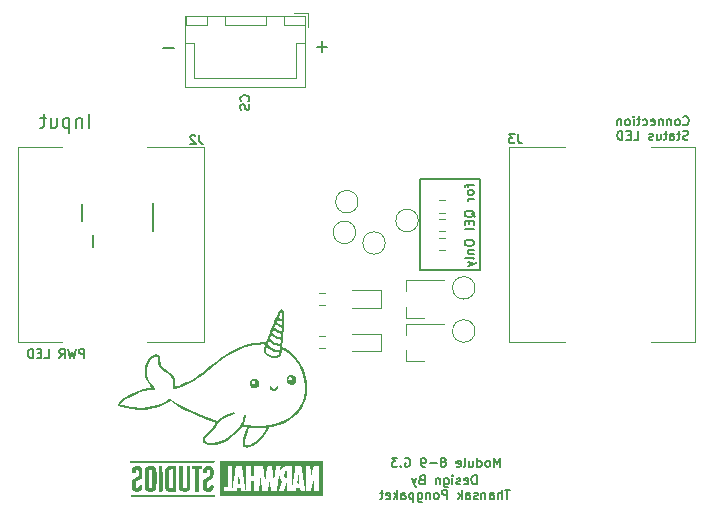
<source format=gbr>
%TF.GenerationSoftware,KiCad,Pcbnew,(6.0.0)*%
%TF.CreationDate,2022-01-23T22:47:39+07:00*%
%TF.ProjectId,NarWhelEncoderV2,4e617257-6865-46c4-956e-636f64657256,rev?*%
%TF.SameCoordinates,Original*%
%TF.FileFunction,Legend,Bot*%
%TF.FilePolarity,Positive*%
%FSLAX46Y46*%
G04 Gerber Fmt 4.6, Leading zero omitted, Abs format (unit mm)*
G04 Created by KiCad (PCBNEW (6.0.0)) date 2022-01-23 22:47:39*
%MOMM*%
%LPD*%
G01*
G04 APERTURE LIST*
%ADD10C,0.150000*%
%ADD11C,0.200000*%
%ADD12C,0.127000*%
%ADD13C,0.140000*%
%ADD14C,0.100000*%
%ADD15C,0.120000*%
G04 APERTURE END LIST*
D10*
X169300000Y-112000000D02*
X174400000Y-112000000D01*
X169300000Y-119700000D02*
X169300000Y-112000000D01*
X174400000Y-112000000D02*
X174400000Y-119700000D01*
X146700000Y-116400000D02*
X146700000Y-114000000D01*
X141600000Y-116700000D02*
X141600000Y-117700000D01*
X174400000Y-119700000D02*
X169300000Y-119700000D01*
X140700000Y-114100000D02*
X140700000Y-115500000D01*
D11*
X148457142Y-100885714D02*
X147542857Y-100885714D01*
D12*
X191566666Y-107355150D02*
X191603333Y-107391816D01*
X191713333Y-107428483D01*
X191786666Y-107428483D01*
X191896666Y-107391816D01*
X191970000Y-107318483D01*
X192006666Y-107245150D01*
X192043333Y-107098483D01*
X192043333Y-106988483D01*
X192006666Y-106841816D01*
X191970000Y-106768483D01*
X191896666Y-106695150D01*
X191786666Y-106658483D01*
X191713333Y-106658483D01*
X191603333Y-106695150D01*
X191566666Y-106731816D01*
X191126666Y-107428483D02*
X191200000Y-107391816D01*
X191236666Y-107355150D01*
X191273333Y-107281816D01*
X191273333Y-107061816D01*
X191236666Y-106988483D01*
X191200000Y-106951816D01*
X191126666Y-106915150D01*
X191016666Y-106915150D01*
X190943333Y-106951816D01*
X190906666Y-106988483D01*
X190870000Y-107061816D01*
X190870000Y-107281816D01*
X190906666Y-107355150D01*
X190943333Y-107391816D01*
X191016666Y-107428483D01*
X191126666Y-107428483D01*
X190540000Y-106915150D02*
X190540000Y-107428483D01*
X190540000Y-106988483D02*
X190503333Y-106951816D01*
X190430000Y-106915150D01*
X190320000Y-106915150D01*
X190246666Y-106951816D01*
X190210000Y-107025150D01*
X190210000Y-107428483D01*
X189843333Y-106915150D02*
X189843333Y-107428483D01*
X189843333Y-106988483D02*
X189806666Y-106951816D01*
X189733333Y-106915150D01*
X189623333Y-106915150D01*
X189550000Y-106951816D01*
X189513333Y-107025150D01*
X189513333Y-107428483D01*
X188853333Y-107391816D02*
X188926666Y-107428483D01*
X189073333Y-107428483D01*
X189146666Y-107391816D01*
X189183333Y-107318483D01*
X189183333Y-107025150D01*
X189146666Y-106951816D01*
X189073333Y-106915150D01*
X188926666Y-106915150D01*
X188853333Y-106951816D01*
X188816666Y-107025150D01*
X188816666Y-107098483D01*
X189183333Y-107171816D01*
X188156666Y-107391816D02*
X188230000Y-107428483D01*
X188376666Y-107428483D01*
X188450000Y-107391816D01*
X188486666Y-107355150D01*
X188523333Y-107281816D01*
X188523333Y-107061816D01*
X188486666Y-106988483D01*
X188450000Y-106951816D01*
X188376666Y-106915150D01*
X188230000Y-106915150D01*
X188156666Y-106951816D01*
X187936666Y-106915150D02*
X187643333Y-106915150D01*
X187826666Y-106658483D02*
X187826666Y-107318483D01*
X187790000Y-107391816D01*
X187716666Y-107428483D01*
X187643333Y-107428483D01*
X187386666Y-107428483D02*
X187386666Y-106915150D01*
X187386666Y-106658483D02*
X187423333Y-106695150D01*
X187386666Y-106731816D01*
X187350000Y-106695150D01*
X187386666Y-106658483D01*
X187386666Y-106731816D01*
X186910000Y-107428483D02*
X186983333Y-107391816D01*
X187020000Y-107355150D01*
X187056666Y-107281816D01*
X187056666Y-107061816D01*
X187020000Y-106988483D01*
X186983333Y-106951816D01*
X186910000Y-106915150D01*
X186800000Y-106915150D01*
X186726666Y-106951816D01*
X186690000Y-106988483D01*
X186653333Y-107061816D01*
X186653333Y-107281816D01*
X186690000Y-107355150D01*
X186726666Y-107391816D01*
X186800000Y-107428483D01*
X186910000Y-107428483D01*
X186323333Y-106915150D02*
X186323333Y-107428483D01*
X186323333Y-106988483D02*
X186286666Y-106951816D01*
X186213333Y-106915150D01*
X186103333Y-106915150D01*
X186030000Y-106951816D01*
X185993333Y-107025150D01*
X185993333Y-107428483D01*
X192006666Y-108631516D02*
X191896666Y-108668183D01*
X191713333Y-108668183D01*
X191640000Y-108631516D01*
X191603333Y-108594850D01*
X191566666Y-108521516D01*
X191566666Y-108448183D01*
X191603333Y-108374850D01*
X191640000Y-108338183D01*
X191713333Y-108301516D01*
X191860000Y-108264850D01*
X191933333Y-108228183D01*
X191970000Y-108191516D01*
X192006666Y-108118183D01*
X192006666Y-108044850D01*
X191970000Y-107971516D01*
X191933333Y-107934850D01*
X191860000Y-107898183D01*
X191676666Y-107898183D01*
X191566666Y-107934850D01*
X191346666Y-108154850D02*
X191053333Y-108154850D01*
X191236666Y-107898183D02*
X191236666Y-108558183D01*
X191200000Y-108631516D01*
X191126666Y-108668183D01*
X191053333Y-108668183D01*
X190466666Y-108668183D02*
X190466666Y-108264850D01*
X190503333Y-108191516D01*
X190576666Y-108154850D01*
X190723333Y-108154850D01*
X190796666Y-108191516D01*
X190466666Y-108631516D02*
X190540000Y-108668183D01*
X190723333Y-108668183D01*
X190796666Y-108631516D01*
X190833333Y-108558183D01*
X190833333Y-108484850D01*
X190796666Y-108411516D01*
X190723333Y-108374850D01*
X190540000Y-108374850D01*
X190466666Y-108338183D01*
X190210000Y-108154850D02*
X189916666Y-108154850D01*
X190100000Y-107898183D02*
X190100000Y-108558183D01*
X190063333Y-108631516D01*
X189990000Y-108668183D01*
X189916666Y-108668183D01*
X189330000Y-108154850D02*
X189330000Y-108668183D01*
X189660000Y-108154850D02*
X189660000Y-108558183D01*
X189623333Y-108631516D01*
X189550000Y-108668183D01*
X189440000Y-108668183D01*
X189366666Y-108631516D01*
X189330000Y-108594850D01*
X189000000Y-108631516D02*
X188926666Y-108668183D01*
X188780000Y-108668183D01*
X188706666Y-108631516D01*
X188670000Y-108558183D01*
X188670000Y-108521516D01*
X188706666Y-108448183D01*
X188780000Y-108411516D01*
X188890000Y-108411516D01*
X188963333Y-108374850D01*
X189000000Y-108301516D01*
X189000000Y-108264850D01*
X188963333Y-108191516D01*
X188890000Y-108154850D01*
X188780000Y-108154850D01*
X188706666Y-108191516D01*
X187386666Y-108668183D02*
X187753333Y-108668183D01*
X187753333Y-107898183D01*
X187130000Y-108264850D02*
X186873333Y-108264850D01*
X186763333Y-108668183D02*
X187130000Y-108668183D01*
X187130000Y-107898183D01*
X186763333Y-107898183D01*
X186433333Y-108668183D02*
X186433333Y-107898183D01*
X186250000Y-107898183D01*
X186140000Y-107934850D01*
X186066666Y-108008183D01*
X186030000Y-108081516D01*
X185993333Y-108228183D01*
X185993333Y-108338183D01*
X186030000Y-108484850D01*
X186066666Y-108558183D01*
X186140000Y-108631516D01*
X186250000Y-108668183D01*
X186433333Y-108668183D01*
X154775000Y-105371666D02*
X154811666Y-105335000D01*
X154848333Y-105225000D01*
X154848333Y-105151666D01*
X154811666Y-105041666D01*
X154738333Y-104968333D01*
X154665000Y-104931666D01*
X154518333Y-104895000D01*
X154408333Y-104895000D01*
X154261666Y-104931666D01*
X154188333Y-104968333D01*
X154115000Y-105041666D01*
X154078333Y-105151666D01*
X154078333Y-105225000D01*
X154115000Y-105335000D01*
X154151666Y-105371666D01*
X154811666Y-105665000D02*
X154848333Y-105775000D01*
X154848333Y-105958333D01*
X154811666Y-106031666D01*
X154775000Y-106068333D01*
X154701666Y-106105000D01*
X154628333Y-106105000D01*
X154555000Y-106068333D01*
X154518333Y-106031666D01*
X154481666Y-105958333D01*
X154445000Y-105811666D01*
X154408333Y-105738333D01*
X154371666Y-105701666D01*
X154298333Y-105665000D01*
X154225000Y-105665000D01*
X154151666Y-105701666D01*
X154115000Y-105738333D01*
X154078333Y-105811666D01*
X154078333Y-105995000D01*
X154115000Y-106105000D01*
D13*
X141271428Y-107642857D02*
X141271428Y-106442857D01*
X140700000Y-106842857D02*
X140700000Y-107642857D01*
X140700000Y-106957142D02*
X140642857Y-106900000D01*
X140528571Y-106842857D01*
X140357142Y-106842857D01*
X140242857Y-106900000D01*
X140185714Y-107014285D01*
X140185714Y-107642857D01*
X139614285Y-106842857D02*
X139614285Y-108042857D01*
X139614285Y-106900000D02*
X139500000Y-106842857D01*
X139271428Y-106842857D01*
X139157142Y-106900000D01*
X139100000Y-106957142D01*
X139042857Y-107071428D01*
X139042857Y-107414285D01*
X139100000Y-107528571D01*
X139157142Y-107585714D01*
X139271428Y-107642857D01*
X139500000Y-107642857D01*
X139614285Y-107585714D01*
X138014285Y-106842857D02*
X138014285Y-107642857D01*
X138528571Y-106842857D02*
X138528571Y-107471428D01*
X138471428Y-107585714D01*
X138357142Y-107642857D01*
X138185714Y-107642857D01*
X138071428Y-107585714D01*
X138014285Y-107528571D01*
X137614285Y-106842857D02*
X137157142Y-106842857D01*
X137442857Y-106442857D02*
X137442857Y-107471428D01*
X137385714Y-107585714D01*
X137271428Y-107642857D01*
X137157142Y-107642857D01*
D11*
X161457142Y-100785714D02*
X160542857Y-100785714D01*
X161000000Y-101242857D02*
X161000000Y-100328571D01*
D12*
X173335000Y-112398333D02*
X173335000Y-112691666D01*
X173848333Y-112508333D02*
X173188333Y-112508333D01*
X173115000Y-112545000D01*
X173078333Y-112618333D01*
X173078333Y-112691666D01*
X173848333Y-113058333D02*
X173811666Y-112985000D01*
X173775000Y-112948333D01*
X173701666Y-112911666D01*
X173481666Y-112911666D01*
X173408333Y-112948333D01*
X173371666Y-112985000D01*
X173335000Y-113058333D01*
X173335000Y-113168333D01*
X173371666Y-113241666D01*
X173408333Y-113278333D01*
X173481666Y-113315000D01*
X173701666Y-113315000D01*
X173775000Y-113278333D01*
X173811666Y-113241666D01*
X173848333Y-113168333D01*
X173848333Y-113058333D01*
X173848333Y-113645000D02*
X173335000Y-113645000D01*
X173481666Y-113645000D02*
X173408333Y-113681666D01*
X173371666Y-113718333D01*
X173335000Y-113791666D01*
X173335000Y-113865000D01*
X173921666Y-115221666D02*
X173885000Y-115148333D01*
X173811666Y-115075000D01*
X173701666Y-114965000D01*
X173665000Y-114891666D01*
X173665000Y-114818333D01*
X173848333Y-114855000D02*
X173811666Y-114781666D01*
X173738333Y-114708333D01*
X173591666Y-114671666D01*
X173335000Y-114671666D01*
X173188333Y-114708333D01*
X173115000Y-114781666D01*
X173078333Y-114855000D01*
X173078333Y-115001666D01*
X173115000Y-115075000D01*
X173188333Y-115148333D01*
X173335000Y-115185000D01*
X173591666Y-115185000D01*
X173738333Y-115148333D01*
X173811666Y-115075000D01*
X173848333Y-115001666D01*
X173848333Y-114855000D01*
X173445000Y-115515000D02*
X173445000Y-115771666D01*
X173848333Y-115881666D02*
X173848333Y-115515000D01*
X173078333Y-115515000D01*
X173078333Y-115881666D01*
X173848333Y-116211666D02*
X173078333Y-116211666D01*
X173078333Y-117311666D02*
X173078333Y-117458333D01*
X173115000Y-117531666D01*
X173188333Y-117605000D01*
X173335000Y-117641666D01*
X173591666Y-117641666D01*
X173738333Y-117605000D01*
X173811666Y-117531666D01*
X173848333Y-117458333D01*
X173848333Y-117311666D01*
X173811666Y-117238333D01*
X173738333Y-117165000D01*
X173591666Y-117128333D01*
X173335000Y-117128333D01*
X173188333Y-117165000D01*
X173115000Y-117238333D01*
X173078333Y-117311666D01*
X173335000Y-117971666D02*
X173848333Y-117971666D01*
X173408333Y-117971666D02*
X173371666Y-118008333D01*
X173335000Y-118081666D01*
X173335000Y-118191666D01*
X173371666Y-118265000D01*
X173445000Y-118301666D01*
X173848333Y-118301666D01*
X173848333Y-118778333D02*
X173811666Y-118705000D01*
X173738333Y-118668333D01*
X173078333Y-118668333D01*
X173335000Y-118998333D02*
X173848333Y-119181666D01*
X173335000Y-119365000D02*
X173848333Y-119181666D01*
X174031666Y-119108333D01*
X174068333Y-119071666D01*
X174105000Y-118998333D01*
X174095000Y-137828483D02*
X174095000Y-137058483D01*
X173911666Y-137058483D01*
X173801666Y-137095150D01*
X173728333Y-137168483D01*
X173691666Y-137241816D01*
X173655000Y-137388483D01*
X173655000Y-137498483D01*
X173691666Y-137645150D01*
X173728333Y-137718483D01*
X173801666Y-137791816D01*
X173911666Y-137828483D01*
X174095000Y-137828483D01*
X173031666Y-137791816D02*
X173105000Y-137828483D01*
X173251666Y-137828483D01*
X173325000Y-137791816D01*
X173361666Y-137718483D01*
X173361666Y-137425150D01*
X173325000Y-137351816D01*
X173251666Y-137315150D01*
X173105000Y-137315150D01*
X173031666Y-137351816D01*
X172995000Y-137425150D01*
X172995000Y-137498483D01*
X173361666Y-137571816D01*
X172701666Y-137791816D02*
X172628333Y-137828483D01*
X172481666Y-137828483D01*
X172408333Y-137791816D01*
X172371666Y-137718483D01*
X172371666Y-137681816D01*
X172408333Y-137608483D01*
X172481666Y-137571816D01*
X172591666Y-137571816D01*
X172665000Y-137535150D01*
X172701666Y-137461816D01*
X172701666Y-137425150D01*
X172665000Y-137351816D01*
X172591666Y-137315150D01*
X172481666Y-137315150D01*
X172408333Y-137351816D01*
X172041666Y-137828483D02*
X172041666Y-137315150D01*
X172041666Y-137058483D02*
X172078333Y-137095150D01*
X172041666Y-137131816D01*
X172005000Y-137095150D01*
X172041666Y-137058483D01*
X172041666Y-137131816D01*
X171345000Y-137315150D02*
X171345000Y-137938483D01*
X171381666Y-138011816D01*
X171418333Y-138048483D01*
X171491666Y-138085150D01*
X171601666Y-138085150D01*
X171675000Y-138048483D01*
X171345000Y-137791816D02*
X171418333Y-137828483D01*
X171565000Y-137828483D01*
X171638333Y-137791816D01*
X171675000Y-137755150D01*
X171711666Y-137681816D01*
X171711666Y-137461816D01*
X171675000Y-137388483D01*
X171638333Y-137351816D01*
X171565000Y-137315150D01*
X171418333Y-137315150D01*
X171345000Y-137351816D01*
X170978333Y-137315150D02*
X170978333Y-137828483D01*
X170978333Y-137388483D02*
X170941666Y-137351816D01*
X170868333Y-137315150D01*
X170758333Y-137315150D01*
X170685000Y-137351816D01*
X170648333Y-137425150D01*
X170648333Y-137828483D01*
X169438333Y-137425150D02*
X169328333Y-137461816D01*
X169291666Y-137498483D01*
X169255000Y-137571816D01*
X169255000Y-137681816D01*
X169291666Y-137755150D01*
X169328333Y-137791816D01*
X169401666Y-137828483D01*
X169695000Y-137828483D01*
X169695000Y-137058483D01*
X169438333Y-137058483D01*
X169365000Y-137095150D01*
X169328333Y-137131816D01*
X169291666Y-137205150D01*
X169291666Y-137278483D01*
X169328333Y-137351816D01*
X169365000Y-137388483D01*
X169438333Y-137425150D01*
X169695000Y-137425150D01*
X168998333Y-137315150D02*
X168815000Y-137828483D01*
X168631666Y-137315150D02*
X168815000Y-137828483D01*
X168888333Y-138011816D01*
X168925000Y-138048483D01*
X168998333Y-138085150D01*
X176918333Y-138298183D02*
X176478333Y-138298183D01*
X176698333Y-139068183D02*
X176698333Y-138298183D01*
X176221666Y-139068183D02*
X176221666Y-138298183D01*
X175891666Y-139068183D02*
X175891666Y-138664850D01*
X175928333Y-138591516D01*
X176001666Y-138554850D01*
X176111666Y-138554850D01*
X176185000Y-138591516D01*
X176221666Y-138628183D01*
X175195000Y-139068183D02*
X175195000Y-138664850D01*
X175231666Y-138591516D01*
X175305000Y-138554850D01*
X175451666Y-138554850D01*
X175525000Y-138591516D01*
X175195000Y-139031516D02*
X175268333Y-139068183D01*
X175451666Y-139068183D01*
X175525000Y-139031516D01*
X175561666Y-138958183D01*
X175561666Y-138884850D01*
X175525000Y-138811516D01*
X175451666Y-138774850D01*
X175268333Y-138774850D01*
X175195000Y-138738183D01*
X174828333Y-138554850D02*
X174828333Y-139068183D01*
X174828333Y-138628183D02*
X174791666Y-138591516D01*
X174718333Y-138554850D01*
X174608333Y-138554850D01*
X174535000Y-138591516D01*
X174498333Y-138664850D01*
X174498333Y-139068183D01*
X174168333Y-139031516D02*
X174095000Y-139068183D01*
X173948333Y-139068183D01*
X173875000Y-139031516D01*
X173838333Y-138958183D01*
X173838333Y-138921516D01*
X173875000Y-138848183D01*
X173948333Y-138811516D01*
X174058333Y-138811516D01*
X174131666Y-138774850D01*
X174168333Y-138701516D01*
X174168333Y-138664850D01*
X174131666Y-138591516D01*
X174058333Y-138554850D01*
X173948333Y-138554850D01*
X173875000Y-138591516D01*
X173178333Y-139068183D02*
X173178333Y-138664850D01*
X173215000Y-138591516D01*
X173288333Y-138554850D01*
X173435000Y-138554850D01*
X173508333Y-138591516D01*
X173178333Y-139031516D02*
X173251666Y-139068183D01*
X173435000Y-139068183D01*
X173508333Y-139031516D01*
X173545000Y-138958183D01*
X173545000Y-138884850D01*
X173508333Y-138811516D01*
X173435000Y-138774850D01*
X173251666Y-138774850D01*
X173178333Y-138738183D01*
X172811666Y-139068183D02*
X172811666Y-138298183D01*
X172738333Y-138774850D02*
X172518333Y-139068183D01*
X172518333Y-138554850D02*
X172811666Y-138848183D01*
X171601666Y-139068183D02*
X171601666Y-138298183D01*
X171308333Y-138298183D01*
X171235000Y-138334850D01*
X171198333Y-138371516D01*
X171161666Y-138444850D01*
X171161666Y-138554850D01*
X171198333Y-138628183D01*
X171235000Y-138664850D01*
X171308333Y-138701516D01*
X171601666Y-138701516D01*
X170721666Y-139068183D02*
X170795000Y-139031516D01*
X170831666Y-138994850D01*
X170868333Y-138921516D01*
X170868333Y-138701516D01*
X170831666Y-138628183D01*
X170795000Y-138591516D01*
X170721666Y-138554850D01*
X170611666Y-138554850D01*
X170538333Y-138591516D01*
X170501666Y-138628183D01*
X170465000Y-138701516D01*
X170465000Y-138921516D01*
X170501666Y-138994850D01*
X170538333Y-139031516D01*
X170611666Y-139068183D01*
X170721666Y-139068183D01*
X170135000Y-138554850D02*
X170135000Y-139068183D01*
X170135000Y-138628183D02*
X170098333Y-138591516D01*
X170025000Y-138554850D01*
X169915000Y-138554850D01*
X169841666Y-138591516D01*
X169805000Y-138664850D01*
X169805000Y-139068183D01*
X169108333Y-138554850D02*
X169108333Y-139178183D01*
X169145000Y-139251516D01*
X169181666Y-139288183D01*
X169255000Y-139324850D01*
X169365000Y-139324850D01*
X169438333Y-139288183D01*
X169108333Y-139031516D02*
X169181666Y-139068183D01*
X169328333Y-139068183D01*
X169401666Y-139031516D01*
X169438333Y-138994850D01*
X169475000Y-138921516D01*
X169475000Y-138701516D01*
X169438333Y-138628183D01*
X169401666Y-138591516D01*
X169328333Y-138554850D01*
X169181666Y-138554850D01*
X169108333Y-138591516D01*
X168741666Y-138554850D02*
X168741666Y-139324850D01*
X168741666Y-138591516D02*
X168668333Y-138554850D01*
X168521666Y-138554850D01*
X168448333Y-138591516D01*
X168411666Y-138628183D01*
X168375000Y-138701516D01*
X168375000Y-138921516D01*
X168411666Y-138994850D01*
X168448333Y-139031516D01*
X168521666Y-139068183D01*
X168668333Y-139068183D01*
X168741666Y-139031516D01*
X167715000Y-139068183D02*
X167715000Y-138664850D01*
X167751666Y-138591516D01*
X167825000Y-138554850D01*
X167971666Y-138554850D01*
X168045000Y-138591516D01*
X167715000Y-139031516D02*
X167788333Y-139068183D01*
X167971666Y-139068183D01*
X168045000Y-139031516D01*
X168081666Y-138958183D01*
X168081666Y-138884850D01*
X168045000Y-138811516D01*
X167971666Y-138774850D01*
X167788333Y-138774850D01*
X167715000Y-138738183D01*
X167348333Y-139068183D02*
X167348333Y-138298183D01*
X167275000Y-138774850D02*
X167055000Y-139068183D01*
X167055000Y-138554850D02*
X167348333Y-138848183D01*
X166431666Y-139031516D02*
X166505000Y-139068183D01*
X166651666Y-139068183D01*
X166725000Y-139031516D01*
X166761666Y-138958183D01*
X166761666Y-138664850D01*
X166725000Y-138591516D01*
X166651666Y-138554850D01*
X166505000Y-138554850D01*
X166431666Y-138591516D01*
X166395000Y-138664850D01*
X166395000Y-138738183D01*
X166761666Y-138811516D01*
X166175000Y-138554850D02*
X165881666Y-138554850D01*
X166065000Y-138298183D02*
X166065000Y-138958183D01*
X166028333Y-139031516D01*
X165955000Y-139068183D01*
X165881666Y-139068183D01*
X140865000Y-127148333D02*
X140865000Y-126378333D01*
X140571666Y-126378333D01*
X140498333Y-126415000D01*
X140461666Y-126451666D01*
X140425000Y-126525000D01*
X140425000Y-126635000D01*
X140461666Y-126708333D01*
X140498333Y-126745000D01*
X140571666Y-126781666D01*
X140865000Y-126781666D01*
X140168333Y-126378333D02*
X139985000Y-127148333D01*
X139838333Y-126598333D01*
X139691666Y-127148333D01*
X139508333Y-126378333D01*
X138775000Y-127148333D02*
X139031666Y-126781666D01*
X139215000Y-127148333D02*
X139215000Y-126378333D01*
X138921666Y-126378333D01*
X138848333Y-126415000D01*
X138811666Y-126451666D01*
X138775000Y-126525000D01*
X138775000Y-126635000D01*
X138811666Y-126708333D01*
X138848333Y-126745000D01*
X138921666Y-126781666D01*
X139215000Y-126781666D01*
X137491666Y-127148333D02*
X137858333Y-127148333D01*
X137858333Y-126378333D01*
X137235000Y-126745000D02*
X136978333Y-126745000D01*
X136868333Y-127148333D02*
X137235000Y-127148333D01*
X137235000Y-126378333D01*
X136868333Y-126378333D01*
X136538333Y-127148333D02*
X136538333Y-126378333D01*
X136355000Y-126378333D01*
X136245000Y-126415000D01*
X136171666Y-126488333D01*
X136135000Y-126561666D01*
X136098333Y-126708333D01*
X136098333Y-126818333D01*
X136135000Y-126965000D01*
X136171666Y-127038333D01*
X136245000Y-127111666D01*
X136355000Y-127148333D01*
X136538333Y-127148333D01*
X176065000Y-136348333D02*
X176065000Y-135578333D01*
X175808333Y-136128333D01*
X175551666Y-135578333D01*
X175551666Y-136348333D01*
X175075000Y-136348333D02*
X175148333Y-136311666D01*
X175185000Y-136275000D01*
X175221666Y-136201666D01*
X175221666Y-135981666D01*
X175185000Y-135908333D01*
X175148333Y-135871666D01*
X175075000Y-135835000D01*
X174965000Y-135835000D01*
X174891666Y-135871666D01*
X174855000Y-135908333D01*
X174818333Y-135981666D01*
X174818333Y-136201666D01*
X174855000Y-136275000D01*
X174891666Y-136311666D01*
X174965000Y-136348333D01*
X175075000Y-136348333D01*
X174158333Y-136348333D02*
X174158333Y-135578333D01*
X174158333Y-136311666D02*
X174231666Y-136348333D01*
X174378333Y-136348333D01*
X174451666Y-136311666D01*
X174488333Y-136275000D01*
X174525000Y-136201666D01*
X174525000Y-135981666D01*
X174488333Y-135908333D01*
X174451666Y-135871666D01*
X174378333Y-135835000D01*
X174231666Y-135835000D01*
X174158333Y-135871666D01*
X173461666Y-135835000D02*
X173461666Y-136348333D01*
X173791666Y-135835000D02*
X173791666Y-136238333D01*
X173755000Y-136311666D01*
X173681666Y-136348333D01*
X173571666Y-136348333D01*
X173498333Y-136311666D01*
X173461666Y-136275000D01*
X172985000Y-136348333D02*
X173058333Y-136311666D01*
X173095000Y-136238333D01*
X173095000Y-135578333D01*
X172398333Y-136311666D02*
X172471666Y-136348333D01*
X172618333Y-136348333D01*
X172691666Y-136311666D01*
X172728333Y-136238333D01*
X172728333Y-135945000D01*
X172691666Y-135871666D01*
X172618333Y-135835000D01*
X172471666Y-135835000D01*
X172398333Y-135871666D01*
X172361666Y-135945000D01*
X172361666Y-136018333D01*
X172728333Y-136091666D01*
X171335000Y-135908333D02*
X171408333Y-135871666D01*
X171445000Y-135835000D01*
X171481666Y-135761666D01*
X171481666Y-135725000D01*
X171445000Y-135651666D01*
X171408333Y-135615000D01*
X171335000Y-135578333D01*
X171188333Y-135578333D01*
X171115000Y-135615000D01*
X171078333Y-135651666D01*
X171041666Y-135725000D01*
X171041666Y-135761666D01*
X171078333Y-135835000D01*
X171115000Y-135871666D01*
X171188333Y-135908333D01*
X171335000Y-135908333D01*
X171408333Y-135945000D01*
X171445000Y-135981666D01*
X171481666Y-136055000D01*
X171481666Y-136201666D01*
X171445000Y-136275000D01*
X171408333Y-136311666D01*
X171335000Y-136348333D01*
X171188333Y-136348333D01*
X171115000Y-136311666D01*
X171078333Y-136275000D01*
X171041666Y-136201666D01*
X171041666Y-136055000D01*
X171078333Y-135981666D01*
X171115000Y-135945000D01*
X171188333Y-135908333D01*
X170711666Y-136055000D02*
X170125000Y-136055000D01*
X169721666Y-136348333D02*
X169575000Y-136348333D01*
X169501666Y-136311666D01*
X169465000Y-136275000D01*
X169391666Y-136165000D01*
X169355000Y-136018333D01*
X169355000Y-135725000D01*
X169391666Y-135651666D01*
X169428333Y-135615000D01*
X169501666Y-135578333D01*
X169648333Y-135578333D01*
X169721666Y-135615000D01*
X169758333Y-135651666D01*
X169795000Y-135725000D01*
X169795000Y-135908333D01*
X169758333Y-135981666D01*
X169721666Y-136018333D01*
X169648333Y-136055000D01*
X169501666Y-136055000D01*
X169428333Y-136018333D01*
X169391666Y-135981666D01*
X169355000Y-135908333D01*
X168035000Y-135615000D02*
X168108333Y-135578333D01*
X168218333Y-135578333D01*
X168328333Y-135615000D01*
X168401666Y-135688333D01*
X168438333Y-135761666D01*
X168475000Y-135908333D01*
X168475000Y-136018333D01*
X168438333Y-136165000D01*
X168401666Y-136238333D01*
X168328333Y-136311666D01*
X168218333Y-136348333D01*
X168145000Y-136348333D01*
X168035000Y-136311666D01*
X167998333Y-136275000D01*
X167998333Y-136018333D01*
X168145000Y-136018333D01*
X167668333Y-136275000D02*
X167631666Y-136311666D01*
X167668333Y-136348333D01*
X167705000Y-136311666D01*
X167668333Y-136275000D01*
X167668333Y-136348333D01*
X167375000Y-135578333D02*
X166898333Y-135578333D01*
X167155000Y-135871666D01*
X167045000Y-135871666D01*
X166971666Y-135908333D01*
X166935000Y-135945000D01*
X166898333Y-136018333D01*
X166898333Y-136201666D01*
X166935000Y-136275000D01*
X166971666Y-136311666D01*
X167045000Y-136348333D01*
X167265000Y-136348333D01*
X167338333Y-136311666D01*
X167375000Y-136275000D01*
%TO.C,J3*%
X177606666Y-108178333D02*
X177606666Y-108728333D01*
X177643333Y-108838333D01*
X177716666Y-108911666D01*
X177826666Y-108948333D01*
X177900000Y-108948333D01*
X177313333Y-108178333D02*
X176836666Y-108178333D01*
X177093333Y-108471666D01*
X176983333Y-108471666D01*
X176910000Y-108508333D01*
X176873333Y-108545000D01*
X176836666Y-108618333D01*
X176836666Y-108801666D01*
X176873333Y-108875000D01*
X176910000Y-108911666D01*
X176983333Y-108948333D01*
X177203333Y-108948333D01*
X177276666Y-108911666D01*
X177313333Y-108875000D01*
%TO.C,J2*%
X150606666Y-108228333D02*
X150606666Y-108778333D01*
X150643333Y-108888333D01*
X150716666Y-108961666D01*
X150826666Y-108998333D01*
X150900000Y-108998333D01*
X150276666Y-108301666D02*
X150240000Y-108265000D01*
X150166666Y-108228333D01*
X149983333Y-108228333D01*
X149910000Y-108265000D01*
X149873333Y-108301666D01*
X149836666Y-108375000D01*
X149836666Y-108448333D01*
X149873333Y-108558333D01*
X150313333Y-108998333D01*
X149836666Y-108998333D01*
D14*
%TO.C,J3*%
X188850000Y-109260000D02*
X192600000Y-109260000D01*
X192600000Y-125760000D02*
X192600000Y-125760000D01*
X181600000Y-125760000D02*
X176850000Y-125760000D01*
X192600000Y-109260000D02*
X192600000Y-109260000D01*
X176850000Y-125760000D02*
X181600000Y-125760000D01*
X192600000Y-109260000D02*
X192600000Y-109260000D01*
X176850000Y-125760000D02*
X176850000Y-109260000D01*
X176850000Y-125760000D02*
X176850000Y-125760000D01*
X176850000Y-109260000D02*
X176850000Y-109260000D01*
X192600000Y-125760000D02*
X192600000Y-109260000D01*
X188850000Y-125760000D02*
X188850000Y-125760000D01*
X192600000Y-109260000D02*
X192600000Y-125760000D01*
X176850000Y-125760000D02*
X176850000Y-125760000D01*
X176850000Y-109260000D02*
X181600000Y-109260000D01*
X176850000Y-109260000D02*
X176850000Y-109260000D01*
X181600000Y-109260000D02*
X176850000Y-109260000D01*
X181600000Y-109260000D02*
X181600000Y-109260000D01*
X176850000Y-109260000D02*
X176850000Y-125760000D01*
X192600000Y-125760000D02*
X188850000Y-125760000D01*
X188850000Y-125760000D02*
X192600000Y-125760000D01*
X188850000Y-109260000D02*
X188850000Y-109260000D01*
X192600000Y-109260000D02*
X188850000Y-109260000D01*
X181600000Y-125760000D02*
X181600000Y-125760000D01*
X192600000Y-125760000D02*
X192600000Y-125760000D01*
D15*
%TO.C,R5*%
X160745276Y-126322500D02*
X161254724Y-126322500D01*
X160745276Y-125277500D02*
X161254724Y-125277500D01*
D14*
%TO.C,J2*%
X135225000Y-109255000D02*
X135225000Y-125755000D01*
X150975000Y-125755000D02*
X150975000Y-109255000D01*
X150975000Y-125755000D02*
X150975000Y-125755000D01*
X138975000Y-125755000D02*
X135225000Y-125755000D01*
X135225000Y-125755000D02*
X138975000Y-125755000D01*
X138975000Y-125755000D02*
X138975000Y-125755000D01*
X150975000Y-109255000D02*
X150975000Y-109255000D01*
X135225000Y-109255000D02*
X135225000Y-109255000D01*
X150975000Y-125755000D02*
X150975000Y-125755000D01*
X150975000Y-109255000D02*
X150975000Y-125755000D01*
X135225000Y-125755000D02*
X135225000Y-125755000D01*
X135225000Y-109255000D02*
X135225000Y-109255000D01*
X146225000Y-125755000D02*
X150975000Y-125755000D01*
X135225000Y-109255000D02*
X138975000Y-109255000D01*
X146225000Y-125755000D02*
X146225000Y-125755000D01*
X138975000Y-109255000D02*
X135225000Y-109255000D01*
X150975000Y-109255000D02*
X150975000Y-109255000D01*
X135225000Y-125755000D02*
X135225000Y-125755000D01*
X150975000Y-125755000D02*
X146225000Y-125755000D01*
X146225000Y-109255000D02*
X150975000Y-109255000D01*
X150975000Y-109255000D02*
X146225000Y-109255000D01*
X138975000Y-109255000D02*
X138975000Y-109255000D01*
X135225000Y-125755000D02*
X135225000Y-109255000D01*
X146225000Y-109255000D02*
X146225000Y-109255000D01*
D15*
%TO.C,R4*%
X171442224Y-116977500D02*
X170932776Y-116977500D01*
X171442224Y-118022500D02*
X170932776Y-118022500D01*
%TO.C,TP4*%
X163850000Y-116500000D02*
G75*
G03*
X163850000Y-116500000I-950000J0D01*
G01*
%TO.C,D1*%
X163575000Y-125065000D02*
X166035000Y-125065000D01*
X166035000Y-125065000D02*
X166035000Y-126535000D01*
X166035000Y-126535000D02*
X163575000Y-126535000D01*
%TO.C,Q2*%
X168140000Y-120570000D02*
X168140000Y-121500000D01*
X168140000Y-123730000D02*
X168140000Y-122800000D01*
X168140000Y-120570000D02*
X171300000Y-120570000D01*
X168140000Y-123730000D02*
X169600000Y-123730000D01*
%TO.C,Q1*%
X168140000Y-124220000D02*
X171300000Y-124220000D01*
X168140000Y-127380000D02*
X169600000Y-127380000D01*
X168140000Y-127380000D02*
X168140000Y-126450000D01*
X168140000Y-124220000D02*
X168140000Y-125150000D01*
%TO.C,R3*%
X171442224Y-113777500D02*
X170932776Y-113777500D01*
X171442224Y-114822500D02*
X170932776Y-114822500D01*
%TO.C,G\u002A\u002A\u002A*%
G36*
X158018730Y-136678866D02*
G01*
X158027497Y-136749659D01*
X158033312Y-136858677D01*
X158035419Y-136996312D01*
X158033600Y-137124775D01*
X158028030Y-137236201D01*
X158019451Y-137310102D01*
X158008621Y-137336871D01*
X158004125Y-137336207D01*
X157961268Y-137313458D01*
X157902197Y-137268379D01*
X157892084Y-137259555D01*
X157854245Y-137219621D01*
X157833347Y-137173713D01*
X157824439Y-137104916D01*
X157822569Y-136996312D01*
X157822619Y-136970417D01*
X157825508Y-136871193D01*
X157836433Y-136808368D01*
X157860346Y-136765024D01*
X157902197Y-136724246D01*
X157913524Y-136714726D01*
X157971182Y-136672787D01*
X158008621Y-136655754D01*
X158018730Y-136678866D01*
G37*
G36*
X145543517Y-136277206D02*
G01*
X145666553Y-136327703D01*
X145749465Y-136409171D01*
X145764557Y-136435367D01*
X145782535Y-136479676D01*
X145793727Y-136536369D01*
X145799239Y-136616528D01*
X145800179Y-136731235D01*
X145797654Y-136891571D01*
X145797613Y-136893529D01*
X145793796Y-137057716D01*
X145786379Y-137176234D01*
X145769539Y-137260019D01*
X145737455Y-137320003D01*
X145684303Y-137367121D01*
X145604261Y-137412306D01*
X145491508Y-137466493D01*
X145460543Y-137481294D01*
X145354166Y-137536365D01*
X145288197Y-137586135D01*
X145253170Y-137644741D01*
X145239621Y-137726321D01*
X145238084Y-137845013D01*
X145238944Y-137908768D01*
X145244743Y-138024221D01*
X145260471Y-138095675D01*
X145291888Y-138132096D01*
X145344756Y-138142452D01*
X145424834Y-138135710D01*
X145431232Y-138133145D01*
X145458836Y-138094388D01*
X145482658Y-138025083D01*
X145497000Y-137970902D01*
X145519773Y-137934447D01*
X145564532Y-137920748D01*
X145648662Y-137918659D01*
X145789497Y-137918659D01*
X145788837Y-138080668D01*
X145788241Y-138121427D01*
X145779625Y-138207828D01*
X145754645Y-138269255D01*
X145705483Y-138328992D01*
X145686525Y-138347561D01*
X145622930Y-138395919D01*
X145573013Y-138415307D01*
X145546106Y-138419040D01*
X145505698Y-138443687D01*
X145496712Y-138451140D01*
X145443470Y-138466112D01*
X145363799Y-138472067D01*
X145330521Y-138471067D01*
X145258708Y-138461029D01*
X145221899Y-138443687D01*
X145202327Y-138427864D01*
X145147091Y-138415307D01*
X145134422Y-138413733D01*
X145073029Y-138385264D01*
X145006867Y-138332350D01*
X144923910Y-138249394D01*
X144923910Y-137855202D01*
X144923937Y-137779830D01*
X144924802Y-137644936D01*
X144928200Y-137551777D01*
X144935872Y-137489921D01*
X144949561Y-137448938D01*
X144971008Y-137418399D01*
X145001955Y-137387873D01*
X145056526Y-137344165D01*
X145148835Y-137281888D01*
X145250279Y-137222038D01*
X145337755Y-137171325D01*
X145413710Y-137121234D01*
X145456033Y-137085782D01*
X145465734Y-137067744D01*
X145481963Y-136995274D01*
X145489978Y-136895060D01*
X145489519Y-136786856D01*
X145480323Y-136690420D01*
X145462130Y-136625508D01*
X145423123Y-136588851D01*
X145357710Y-136570839D01*
X145293090Y-136579340D01*
X145253315Y-136615505D01*
X145242122Y-136663827D01*
X145236089Y-136739740D01*
X145221749Y-136815759D01*
X145170793Y-136859621D01*
X145080000Y-136863887D01*
X145036991Y-136857847D01*
X144972949Y-136841636D01*
X144939231Y-136809718D01*
X144926122Y-136748411D01*
X144923910Y-136644037D01*
X144934033Y-136514300D01*
X144974214Y-136403747D01*
X145049615Y-136330074D01*
X145165139Y-136286007D01*
X145211350Y-136276353D01*
X145388926Y-136259487D01*
X145543517Y-136277206D01*
G37*
G36*
X148654692Y-138332747D02*
G01*
X148647604Y-138402573D01*
X148638550Y-138433263D01*
X148599736Y-138449637D01*
X148518427Y-138462456D01*
X148410689Y-138470518D01*
X148291951Y-138473456D01*
X148177642Y-138470904D01*
X148083191Y-138462495D01*
X148024028Y-138447863D01*
X148013643Y-138442778D01*
X147948509Y-138411145D01*
X147868196Y-138372375D01*
X147850548Y-138363532D01*
X147808528Y-138337005D01*
X147775258Y-138302406D01*
X147749823Y-138253652D01*
X147731310Y-138184659D01*
X147718805Y-138089343D01*
X147711393Y-137961620D01*
X147708161Y-137795407D01*
X147708194Y-137584620D01*
X147710030Y-137383442D01*
X148045698Y-137383442D01*
X148046393Y-137572227D01*
X148048511Y-137753483D01*
X148051842Y-137908118D01*
X148056173Y-138028596D01*
X148061291Y-138107384D01*
X148066983Y-138136948D01*
X148080329Y-138139251D01*
X148139219Y-138140481D01*
X148223072Y-138137068D01*
X148357877Y-138128398D01*
X148357877Y-136570614D01*
X148235843Y-136570614D01*
X148206850Y-136571530D01*
X148127841Y-136583422D01*
X148079754Y-136604670D01*
X148069514Y-136629477D01*
X148060459Y-136691537D01*
X148053731Y-136793840D01*
X148049148Y-136940510D01*
X148046530Y-137135669D01*
X148045698Y-137383442D01*
X147710030Y-137383442D01*
X147710580Y-137323175D01*
X147719329Y-136547383D01*
X147807218Y-136438384D01*
X147866025Y-136375497D01*
X147951897Y-136317202D01*
X148059412Y-136281539D01*
X148199813Y-136265122D01*
X148384344Y-136264565D01*
X148655866Y-136272625D01*
X148663310Y-137333542D01*
X148664736Y-137602167D01*
X148664837Y-137858496D01*
X148663241Y-138063705D01*
X148661858Y-138128398D01*
X148659882Y-138220790D01*
X148654692Y-138332747D01*
G37*
G36*
X158826071Y-129037675D02*
G01*
X158793921Y-129159208D01*
X158720079Y-129268270D01*
X158601998Y-129355028D01*
X158531627Y-129388265D01*
X158439635Y-129413605D01*
X158351355Y-129405045D01*
X158241759Y-129363149D01*
X158227462Y-129356366D01*
X158107980Y-129268070D01*
X158033129Y-129146712D01*
X158007145Y-128998870D01*
X158011413Y-128932241D01*
X158029876Y-128871789D01*
X158148938Y-128871789D01*
X158163792Y-128911032D01*
X158205698Y-128964804D01*
X158263915Y-129007030D01*
X158342073Y-129015985D01*
X158414149Y-128969664D01*
X158429913Y-128949684D01*
X158458296Y-128868590D01*
X158442377Y-128790826D01*
X158388900Y-128732416D01*
X158304610Y-128709385D01*
X158293572Y-128710181D01*
X158227092Y-128741482D01*
X158171945Y-128802588D01*
X158148938Y-128871789D01*
X158029876Y-128871789D01*
X158054563Y-128790955D01*
X158138700Y-128681243D01*
X158257037Y-128610207D01*
X158402785Y-128584950D01*
X158450473Y-128587225D01*
X158588624Y-128623567D01*
X158697803Y-128696619D01*
X158775467Y-128796545D01*
X158802325Y-128868590D01*
X158819071Y-128913509D01*
X158826071Y-129037675D01*
G37*
G36*
X147500200Y-137308491D02*
G01*
X147501572Y-137541285D01*
X147502083Y-137765187D01*
X147501725Y-137966411D01*
X147500548Y-138138141D01*
X147498596Y-138273561D01*
X147495919Y-138365857D01*
X147492564Y-138408212D01*
X147479777Y-138441150D01*
X147442700Y-138465859D01*
X147367515Y-138472067D01*
X147350264Y-138471604D01*
X147273534Y-138458589D01*
X147225807Y-138433263D01*
X147217775Y-138408482D01*
X147210445Y-138343706D01*
X147205021Y-138237173D01*
X147201438Y-138085886D01*
X147199625Y-137886850D01*
X147199518Y-137637067D01*
X147201047Y-137333542D01*
X147208491Y-136272625D01*
X147492290Y-136272625D01*
X147500200Y-137308491D01*
G37*
G36*
X157434960Y-136826033D02*
G01*
X157431004Y-136865073D01*
X157420646Y-136861508D01*
X157416897Y-136848662D01*
X157420646Y-136790558D01*
X157430500Y-136785744D01*
X157434960Y-136826033D01*
G37*
G36*
X149698826Y-136264047D02*
G01*
X149847821Y-136272625D01*
X149855579Y-137194972D01*
X149856989Y-137401659D01*
X149857391Y-137640842D01*
X149855897Y-137830906D01*
X149852386Y-137976266D01*
X149846739Y-138081337D01*
X149838835Y-138150532D01*
X149828554Y-138188268D01*
X149790073Y-138253506D01*
X149725092Y-138333845D01*
X149657975Y-138392554D01*
X149602957Y-138415307D01*
X149576051Y-138419040D01*
X149535642Y-138443687D01*
X149516302Y-138454824D01*
X149452567Y-138467238D01*
X149363688Y-138472067D01*
X149301007Y-138469609D01*
X149234918Y-138459301D01*
X149209273Y-138443687D01*
X149190511Y-138424757D01*
X149136141Y-138415307D01*
X149132253Y-138415216D01*
X149058523Y-138391328D01*
X148982697Y-138334996D01*
X148958849Y-138308952D01*
X148932838Y-138270698D01*
X148912186Y-138222286D01*
X148896377Y-138157895D01*
X148884896Y-138071700D01*
X148877229Y-137957876D01*
X148872862Y-137810602D01*
X148871278Y-137624052D01*
X148871964Y-137392403D01*
X148874405Y-137109832D01*
X148882905Y-136272625D01*
X149195083Y-136272625D01*
X149202585Y-137179770D01*
X149203487Y-137273466D01*
X149206758Y-137498257D01*
X149211242Y-137697449D01*
X149216711Y-137864808D01*
X149222938Y-137994104D01*
X149229694Y-138079105D01*
X149236750Y-138113577D01*
X149244586Y-138119153D01*
X149301203Y-138134172D01*
X149382169Y-138139704D01*
X149462471Y-138135174D01*
X149517098Y-138120009D01*
X149522629Y-138111326D01*
X149531429Y-138066681D01*
X149538366Y-137982140D01*
X149543558Y-137854334D01*
X149547122Y-137679893D01*
X149549174Y-137455446D01*
X149549832Y-137177624D01*
X149549832Y-136255469D01*
X149698826Y-136264047D01*
G37*
G36*
X152359441Y-138841005D02*
G01*
X152359441Y-138415307D01*
X152669026Y-138415307D01*
X153774106Y-138415307D01*
X153797701Y-138266312D01*
X153821296Y-138117318D01*
X153970145Y-138108740D01*
X154040306Y-138105617D01*
X154093462Y-138109958D01*
X154114971Y-138129189D01*
X154118994Y-138169047D01*
X154123682Y-138239017D01*
X154136732Y-138326620D01*
X154154469Y-138415307D01*
X154350121Y-138415307D01*
X154601452Y-138415307D01*
X154782611Y-138415307D01*
X154806216Y-138415369D01*
X154877614Y-138414462D01*
X154927868Y-138405612D01*
X154960710Y-138380685D01*
X154979869Y-138331547D01*
X154989075Y-138250064D01*
X154992058Y-138128102D01*
X154992550Y-137957528D01*
X154992565Y-137951757D01*
X154993120Y-137814504D01*
X154993969Y-137697090D01*
X154994998Y-137611821D01*
X154996094Y-137571005D01*
X154998895Y-137562937D01*
X155043551Y-137542472D01*
X155140670Y-137535530D01*
X155282569Y-137535530D01*
X155282569Y-138415307D01*
X155707325Y-138415307D01*
X155714892Y-137673236D01*
X155722458Y-136931165D01*
X155832639Y-137637761D01*
X155857286Y-137794568D01*
X155886310Y-137975876D01*
X155912054Y-138133048D01*
X155933187Y-138258093D01*
X155948376Y-138343018D01*
X155956290Y-138379832D01*
X155982826Y-138398254D01*
X156060684Y-138411115D01*
X156191850Y-138415307D01*
X156239911Y-138415693D01*
X156315949Y-138415783D01*
X156369499Y-138408267D01*
X156406033Y-138385113D01*
X156431021Y-138338284D01*
X156449936Y-138259749D01*
X156468250Y-138141472D01*
X156491433Y-137975419D01*
X156491729Y-137973342D01*
X156511913Y-137840149D01*
X156531112Y-137728038D01*
X156547167Y-137648737D01*
X156557923Y-137613974D01*
X156559392Y-137613416D01*
X156570856Y-137641312D01*
X156587145Y-137713946D01*
X156606305Y-137821594D01*
X156626380Y-137954533D01*
X156643433Y-138079133D01*
X156662708Y-138215422D01*
X156680593Y-138309206D01*
X156702269Y-138368335D01*
X156732918Y-138400660D01*
X156777721Y-138414031D01*
X156841860Y-138416296D01*
X156930515Y-138415307D01*
X156960651Y-138415243D01*
X157060291Y-138414008D01*
X157130446Y-138411522D01*
X157157479Y-138408212D01*
X157161655Y-138384540D01*
X157174182Y-138311717D01*
X157193780Y-138197132D01*
X157219177Y-138048248D01*
X157249097Y-137872526D01*
X157282266Y-137677430D01*
X157314567Y-137490957D01*
X157344320Y-137326332D01*
X157369787Y-137192771D01*
X157389734Y-137096509D01*
X157402929Y-137043782D01*
X157408138Y-137040826D01*
X157422642Y-137151205D01*
X157459157Y-137284723D01*
X157509394Y-137408773D01*
X157565267Y-137499736D01*
X157632933Y-137580153D01*
X157388577Y-138415307D01*
X157778414Y-138415307D01*
X157820159Y-138266312D01*
X157843954Y-138180274D01*
X157879357Y-138050031D01*
X157913186Y-137923578D01*
X157915063Y-137916556D01*
X157944237Y-137821489D01*
X157972098Y-137752793D01*
X157992849Y-137724919D01*
X158003347Y-137740836D01*
X158014702Y-137806774D01*
X158023546Y-137917856D01*
X158029197Y-138067653D01*
X158037166Y-138415307D01*
X158830056Y-138415307D01*
X158830443Y-138323072D01*
X158831042Y-138279251D01*
X158840145Y-138183944D01*
X158867181Y-138130857D01*
X158921094Y-138109372D01*
X159010829Y-138108867D01*
X159067622Y-138113809D01*
X159136865Y-138130807D01*
X159161364Y-138159888D01*
X159162161Y-138165880D01*
X159171275Y-138227372D01*
X159184200Y-138308882D01*
X159201566Y-138415307D01*
X159586766Y-138415307D01*
X159624692Y-138415307D01*
X159830447Y-138414890D01*
X160036201Y-138414473D01*
X160192290Y-137939527D01*
X160348380Y-137464581D01*
X160363942Y-138415307D01*
X160731508Y-138415307D01*
X160731508Y-136284222D01*
X160539944Y-136292614D01*
X160348380Y-136301005D01*
X160192290Y-136824278D01*
X160036201Y-137347550D01*
X160028480Y-136817183D01*
X160020758Y-136286815D01*
X159624692Y-136286815D01*
X159624692Y-138415307D01*
X159586766Y-138415307D01*
X159537540Y-138096033D01*
X159530550Y-138050624D01*
X159508677Y-137907986D01*
X159481150Y-137727962D01*
X159449987Y-137523758D01*
X159417203Y-137308582D01*
X159384814Y-137095642D01*
X159365033Y-136965897D01*
X159336803Y-136782253D01*
X159311634Y-136620299D01*
X159290876Y-136488645D01*
X159275879Y-136395899D01*
X159267993Y-136350670D01*
X159259464Y-136322739D01*
X159239427Y-136302915D01*
X159197136Y-136292146D01*
X159121092Y-136287691D01*
X158999794Y-136286815D01*
X158943266Y-136287199D01*
X158841523Y-136290161D01*
X158771180Y-136295415D01*
X158744916Y-136302194D01*
X158743958Y-136310978D01*
X158736129Y-136366841D01*
X158721470Y-136466474D01*
X158701260Y-136601523D01*
X158676775Y-136763633D01*
X158649294Y-136944449D01*
X158620095Y-137135618D01*
X158590455Y-137328784D01*
X158561651Y-137515594D01*
X158534961Y-137687692D01*
X158511663Y-137836726D01*
X158493034Y-137954339D01*
X158480353Y-138032178D01*
X158471586Y-138079101D01*
X158464206Y-138103431D01*
X158458221Y-138099718D01*
X158453414Y-138063862D01*
X158449569Y-137991759D01*
X158446467Y-137879306D01*
X158443893Y-137722401D01*
X158441630Y-137516942D01*
X158439460Y-137258826D01*
X158431992Y-136286815D01*
X158138839Y-136286815D01*
X158083011Y-136287266D01*
X157905990Y-136298222D01*
X157771107Y-136327438D01*
X157667869Y-136379720D01*
X157585781Y-136459869D01*
X157514349Y-136572692D01*
X157432370Y-136726704D01*
X157450856Y-136598994D01*
X157454689Y-136572929D01*
X157471038Y-136467646D01*
X157485930Y-136379050D01*
X157502518Y-136286815D01*
X157102360Y-136286815D01*
X157085056Y-136407430D01*
X157079272Y-136448468D01*
X157065472Y-136548124D01*
X157046921Y-136683270D01*
X157025317Y-136841523D01*
X157002356Y-137010502D01*
X156986690Y-137122110D01*
X156963619Y-137269536D01*
X156944240Y-137370993D01*
X156929259Y-137422984D01*
X156919381Y-137422011D01*
X156915217Y-137401731D01*
X156902539Y-137325372D01*
X156885333Y-137210361D01*
X156865319Y-137068395D01*
X156844220Y-136911173D01*
X156833935Y-136833001D01*
X156813297Y-136678425D01*
X156794827Y-136542984D01*
X156780227Y-136439064D01*
X156771195Y-136379050D01*
X156755752Y-136286815D01*
X156560633Y-136286815D01*
X156529853Y-136286399D01*
X156471968Y-136284651D01*
X156427777Y-136287062D01*
X156394426Y-136300115D01*
X156369064Y-136330292D01*
X156348837Y-136384077D01*
X156330894Y-136467952D01*
X156312380Y-136588400D01*
X156290444Y-136751904D01*
X156262234Y-136964946D01*
X156239714Y-137129329D01*
X156219125Y-137274087D01*
X156201918Y-137389410D01*
X156189428Y-137466353D01*
X156182990Y-137495966D01*
X156182826Y-137496043D01*
X156176456Y-137469468D01*
X156164708Y-137395471D01*
X156148784Y-137282549D01*
X156129885Y-137139201D01*
X156109211Y-136973925D01*
X156088652Y-136807811D01*
X156068449Y-136649205D01*
X156050832Y-136515526D01*
X156037182Y-136417252D01*
X156028882Y-136364860D01*
X156013352Y-136286815D01*
X155282569Y-136286815D01*
X155282569Y-137138212D01*
X154970391Y-137138212D01*
X154970391Y-136286815D01*
X154601452Y-136286815D01*
X154601452Y-138415307D01*
X154350121Y-138415307D01*
X154395433Y-138415215D01*
X154479228Y-138412818D01*
X154522097Y-138404088D01*
X154535490Y-138384981D01*
X154530855Y-138351452D01*
X154529677Y-138345553D01*
X154520820Y-138291809D01*
X154505505Y-138192674D01*
X154484870Y-138055960D01*
X154460055Y-137889475D01*
X154432197Y-137701030D01*
X154402437Y-137498436D01*
X154371912Y-137289502D01*
X154341762Y-137082039D01*
X154313126Y-136883858D01*
X154287143Y-136702768D01*
X154264951Y-136546580D01*
X154247689Y-136423103D01*
X154236497Y-136340149D01*
X154232514Y-136305527D01*
X154223325Y-136300691D01*
X154169672Y-136293552D01*
X154078757Y-136288642D01*
X153962905Y-136286815D01*
X153893192Y-136287541D01*
X153790401Y-136291778D01*
X153719739Y-136298955D01*
X153693517Y-136308100D01*
X153692272Y-136326718D01*
X153683968Y-136398166D01*
X153668920Y-136511820D01*
X153648356Y-136659481D01*
X153623504Y-136832949D01*
X153595593Y-137024023D01*
X153565853Y-137224504D01*
X153535511Y-137426191D01*
X153505797Y-137620885D01*
X153477940Y-137800386D01*
X153453167Y-137956494D01*
X153432709Y-138081008D01*
X153417793Y-138165730D01*
X153409648Y-138202458D01*
X153405786Y-138201707D01*
X153399775Y-138157689D01*
X153394490Y-138063693D01*
X153390051Y-137923973D01*
X153386582Y-137742785D01*
X153384204Y-137524381D01*
X153383038Y-137273016D01*
X153381117Y-136286815D01*
X153012178Y-136286815D01*
X153012178Y-138015156D01*
X152685810Y-138032178D01*
X152677418Y-138223743D01*
X152669026Y-138415307D01*
X152359441Y-138415307D01*
X152359441Y-135889497D01*
X161043687Y-135889497D01*
X161043687Y-138841005D01*
X152359441Y-138841005D01*
G37*
G36*
X155691779Y-129356690D02*
G01*
X155658172Y-129482034D01*
X155579926Y-129583037D01*
X155451187Y-129668446D01*
X155442664Y-129672735D01*
X155304958Y-129713056D01*
X155172949Y-129703090D01*
X155055460Y-129648821D01*
X154961317Y-129556232D01*
X154899342Y-129431306D01*
X154878360Y-129280027D01*
X154882602Y-129227305D01*
X154911233Y-129143342D01*
X155034296Y-129143342D01*
X155037138Y-129223295D01*
X155090225Y-129289564D01*
X155139311Y-129318703D01*
X155183240Y-129333743D01*
X155194541Y-129332863D01*
X155260173Y-129301933D01*
X155315839Y-129242952D01*
X155339329Y-129178071D01*
X155334185Y-129137063D01*
X155293104Y-129066729D01*
X155224856Y-129028262D01*
X155146255Y-129028296D01*
X155074119Y-129073463D01*
X155034296Y-129143342D01*
X154911233Y-129143342D01*
X154927983Y-129094223D01*
X155015727Y-128988598D01*
X155136901Y-128918963D01*
X155282569Y-128893854D01*
X155350134Y-128898955D01*
X155488048Y-128945769D01*
X155596926Y-129034691D01*
X155668394Y-129157347D01*
X155671990Y-129178071D01*
X155694078Y-129305363D01*
X155691779Y-129356690D01*
G37*
G36*
X157758402Y-124460798D02*
G01*
X157747198Y-124670025D01*
X157741669Y-124773284D01*
X157720618Y-125097637D01*
X157720195Y-125103180D01*
X157695440Y-125427841D01*
X157672928Y-125683054D01*
X157666328Y-125757877D01*
X157663508Y-125787431D01*
X157649089Y-125938141D01*
X157642327Y-126044966D01*
X157647071Y-126118897D01*
X157667166Y-126170923D01*
X157706462Y-126212035D01*
X157768081Y-126252744D01*
X157768805Y-126253222D01*
X157858044Y-126305475D01*
X157889704Y-126324416D01*
X158254527Y-126577757D01*
X158588905Y-126875536D01*
X158888165Y-127211911D01*
X159147634Y-127581039D01*
X159362640Y-127977078D01*
X159528511Y-128394187D01*
X159567220Y-128518646D01*
X159649522Y-128840507D01*
X159709569Y-129166418D01*
X159745665Y-129483175D01*
X159756117Y-129777570D01*
X159752671Y-129830391D01*
X159739230Y-130036399D01*
X159723099Y-130146166D01*
X159626996Y-130570241D01*
X159481994Y-130967724D01*
X159290076Y-131336650D01*
X159053221Y-131675052D01*
X158773412Y-131980963D01*
X158452627Y-132252419D01*
X158092849Y-132487453D01*
X157696058Y-132684100D01*
X157264235Y-132840392D01*
X156799361Y-132954364D01*
X156544440Y-133003232D01*
X156516914Y-133051508D01*
X156433550Y-133197714D01*
X156420248Y-133220834D01*
X156250171Y-133487890D01*
X156055077Y-133750011D01*
X155845444Y-133994884D01*
X155631749Y-134210195D01*
X155424469Y-134383632D01*
X155280430Y-134485535D01*
X155153286Y-134562408D01*
X155028183Y-134621181D01*
X154885251Y-134672499D01*
X154788104Y-134700165D01*
X154623768Y-134724346D01*
X154493203Y-134708210D01*
X154396159Y-134650918D01*
X154332385Y-134551629D01*
X154301628Y-134409501D01*
X154302504Y-134328603D01*
X154493333Y-134328603D01*
X154502123Y-134513072D01*
X154644022Y-134520159D01*
X154757357Y-134514062D01*
X154941836Y-134462827D01*
X155139015Y-134364099D01*
X155344671Y-134221319D01*
X155554578Y-134037932D01*
X155764513Y-133817379D01*
X155970251Y-133563103D01*
X156167568Y-133278547D01*
X156196210Y-133233623D01*
X156251562Y-133144708D01*
X156289890Y-133080135D01*
X156304208Y-133051508D01*
X156279589Y-133047961D01*
X156205336Y-133044730D01*
X156088798Y-133042130D01*
X155937395Y-133040281D01*
X155758544Y-133039304D01*
X155559664Y-133039322D01*
X154815150Y-133041327D01*
X154710120Y-133337311D01*
X154709527Y-133338984D01*
X154610344Y-133643196D01*
X154540690Y-133912100D01*
X154501406Y-134141850D01*
X154493333Y-134328603D01*
X154302504Y-134328603D01*
X154303639Y-134223696D01*
X154338166Y-133993371D01*
X154404958Y-133717687D01*
X154503763Y-133395803D01*
X154520296Y-133345977D01*
X154563399Y-133215357D01*
X154598164Y-133108943D01*
X154621380Y-133036612D01*
X154629832Y-133008242D01*
X154617966Y-133003551D01*
X154563878Y-132993101D01*
X154480838Y-132981169D01*
X154425360Y-132973708D01*
X154340589Y-132960607D01*
X154288830Y-132950324D01*
X154288493Y-132950235D01*
X154247484Y-132967263D01*
X154182226Y-133029767D01*
X154096626Y-133134012D01*
X154073664Y-133163680D01*
X153834938Y-133432922D01*
X153554523Y-133690222D01*
X153244324Y-133927192D01*
X152916248Y-134135443D01*
X152582199Y-134306588D01*
X152254084Y-134432238D01*
X152244514Y-134435189D01*
X152015904Y-134488425D01*
X151783819Y-134512526D01*
X151559167Y-134508366D01*
X151352858Y-134476816D01*
X151175801Y-134418750D01*
X151038903Y-134335040D01*
X150944958Y-134229129D01*
X150890834Y-134099547D01*
X150889018Y-133963885D01*
X150941182Y-133830765D01*
X150973974Y-133787709D01*
X151044870Y-133710007D01*
X151138214Y-133616889D01*
X151242472Y-133520243D01*
X151321319Y-133448525D01*
X151432101Y-133343659D01*
X151529153Y-133247341D01*
X151597847Y-133173830D01*
X151648129Y-133113461D01*
X151730400Y-133006541D01*
X151809941Y-132894809D01*
X151880313Y-132788174D01*
X151935077Y-132696549D01*
X151967793Y-132629843D01*
X151972021Y-132597968D01*
X151960222Y-132591203D01*
X151902110Y-132565950D01*
X151805530Y-132527692D01*
X151680347Y-132480289D01*
X151536424Y-132427598D01*
X151535661Y-132427323D01*
X150934018Y-132201560D01*
X150366880Y-131970615D01*
X149837913Y-131736265D01*
X149350783Y-131500283D01*
X148909153Y-131264445D01*
X148516689Y-131030527D01*
X148177055Y-130800304D01*
X148167719Y-130797791D01*
X148113131Y-130811172D01*
X148022469Y-130851613D01*
X147903799Y-130915706D01*
X147579230Y-131085404D01*
X147182982Y-131253463D01*
X146780338Y-131385524D01*
X146388852Y-131475105D01*
X146314688Y-131486405D01*
X146096220Y-131507031D01*
X145847329Y-131516342D01*
X145586066Y-131514323D01*
X145330480Y-131500956D01*
X145098622Y-131476228D01*
X144861147Y-131441647D01*
X144588676Y-131398896D01*
X144364497Y-131359093D01*
X144183899Y-131320938D01*
X144042170Y-131283130D01*
X143934598Y-131244368D01*
X143856469Y-131203351D01*
X143803074Y-131158779D01*
X143769698Y-131109350D01*
X143744625Y-131048506D01*
X143743946Y-131026476D01*
X143930614Y-131026476D01*
X143938298Y-131041058D01*
X143992173Y-131072132D01*
X144091329Y-131106564D01*
X144228422Y-131143000D01*
X144396108Y-131180085D01*
X144587043Y-131216467D01*
X144793883Y-131250790D01*
X145009283Y-131281700D01*
X145225900Y-131307845D01*
X145436389Y-131327868D01*
X145633407Y-131340418D01*
X145762693Y-131343595D01*
X146194544Y-131318202D01*
X146631729Y-131238712D01*
X147069938Y-131106347D01*
X147504858Y-130922332D01*
X147932178Y-130687891D01*
X148003519Y-130644602D01*
X148083051Y-130600194D01*
X148134653Y-130580304D01*
X148170255Y-130580964D01*
X148201787Y-130598205D01*
X148404475Y-130739617D01*
X148831849Y-131009139D01*
X149306790Y-131273729D01*
X149831136Y-131534278D01*
X150406726Y-131791676D01*
X151035397Y-132046811D01*
X151718988Y-132300575D01*
X152142782Y-132451458D01*
X152279491Y-132328544D01*
X152418190Y-132213738D01*
X152707470Y-132022430D01*
X153022912Y-131867951D01*
X153347823Y-131759198D01*
X153355092Y-131757350D01*
X153479577Y-131731659D01*
X153558518Y-131730663D01*
X153597737Y-131755454D01*
X153603052Y-131807125D01*
X153602814Y-131808638D01*
X153587676Y-131841873D01*
X153547697Y-131871768D01*
X153472757Y-131903843D01*
X153352737Y-131943615D01*
X153086466Y-132040125D01*
X152760380Y-132204354D01*
X152471813Y-132409285D01*
X152217081Y-132657649D01*
X151992500Y-132952178D01*
X151927141Y-133042821D01*
X151800242Y-133196262D01*
X151638580Y-133372871D01*
X151448129Y-133565911D01*
X151383223Y-133629891D01*
X151253377Y-133760815D01*
X151159771Y-133860770D01*
X151098162Y-133934689D01*
X151064308Y-133987503D01*
X151053966Y-134024144D01*
X151055335Y-134039402D01*
X151090294Y-134113448D01*
X151161920Y-134189457D01*
X151256088Y-134254791D01*
X151358677Y-134296813D01*
X151522491Y-134326705D01*
X151791273Y-134331262D01*
X152077090Y-134287229D01*
X152375678Y-134196306D01*
X152682770Y-134060195D01*
X152994101Y-133880598D01*
X153305408Y-133659216D01*
X153612424Y-133397751D01*
X153637174Y-133374545D01*
X153842029Y-133158048D01*
X154020318Y-132925532D01*
X154167349Y-132685568D01*
X154278433Y-132446722D01*
X154348878Y-132217564D01*
X154373994Y-132006662D01*
X154377839Y-131948024D01*
X154399178Y-131921270D01*
X154452458Y-131921522D01*
X154459160Y-131922338D01*
X154506427Y-131936103D01*
X154529176Y-131972401D01*
X154539094Y-132048342D01*
X154534306Y-132164686D01*
X154507374Y-132315301D01*
X154462656Y-132476554D01*
X154404789Y-132628411D01*
X154388060Y-132668140D01*
X154365416Y-132735232D01*
X154361834Y-132770316D01*
X154391727Y-132786976D01*
X154473210Y-132805218D01*
X154597309Y-132821519D01*
X154756347Y-132835664D01*
X154942647Y-132847435D01*
X155148533Y-132856617D01*
X155366329Y-132862995D01*
X155588356Y-132866352D01*
X155806940Y-132866473D01*
X156014403Y-132863141D01*
X156203068Y-132856140D01*
X156365259Y-132845255D01*
X156493299Y-132830270D01*
X156970717Y-132733487D01*
X157424386Y-132595084D01*
X157838194Y-132417914D01*
X158211496Y-132202405D01*
X158543647Y-131948987D01*
X158834004Y-131658091D01*
X159081921Y-131330148D01*
X159286756Y-130965586D01*
X159385636Y-130743799D01*
X159461140Y-130531621D01*
X159512271Y-130321520D01*
X159543672Y-130094206D01*
X159559984Y-129830391D01*
X159555026Y-129444514D01*
X159499537Y-128987919D01*
X159391338Y-128545965D01*
X159231986Y-128122662D01*
X159023039Y-127722020D01*
X158766055Y-127348052D01*
X158462591Y-127004767D01*
X158373011Y-126919880D01*
X158255454Y-126817363D01*
X158127113Y-126712270D01*
X157996880Y-126611290D01*
X157873646Y-126521109D01*
X157766303Y-126448414D01*
X157683742Y-126399894D01*
X157634855Y-126382234D01*
X157626665Y-126389954D01*
X157610098Y-126438554D01*
X157596021Y-126517039D01*
X157588942Y-126571757D01*
X157571432Y-126690586D01*
X157570555Y-126696539D01*
X157551107Y-126784036D01*
X157525499Y-126848478D01*
X157488630Y-126904097D01*
X157435398Y-126965121D01*
X157430779Y-126970102D01*
X157327282Y-127063018D01*
X157217591Y-127119014D01*
X157086205Y-127143366D01*
X156917624Y-127141349D01*
X156791524Y-127126104D01*
X156585325Y-127072006D01*
X156401968Y-126987343D01*
X156249735Y-126877386D01*
X156136905Y-126747410D01*
X156071758Y-126602687D01*
X156069856Y-126595200D01*
X156054883Y-126520400D01*
X156054641Y-126494912D01*
X156247486Y-126494912D01*
X156268950Y-126600776D01*
X156341460Y-126712004D01*
X156459580Y-126809783D01*
X156617494Y-126889439D01*
X156809385Y-126946302D01*
X156910639Y-126965623D01*
X157011049Y-126975110D01*
X157091766Y-126966011D01*
X157172239Y-126937872D01*
X157220255Y-126911421D01*
X157300370Y-126843208D01*
X157359573Y-126763650D01*
X157382681Y-126690586D01*
X157376268Y-126661427D01*
X157342262Y-126642525D01*
X157266163Y-126637653D01*
X157263898Y-126637648D01*
X157133333Y-126624924D01*
X156978090Y-126592094D01*
X156823113Y-126545520D01*
X156693350Y-126491563D01*
X156643581Y-126462519D01*
X156547727Y-126394901D01*
X156456933Y-126319309D01*
X156398713Y-126267701D01*
X156346663Y-126226423D01*
X156323601Y-126214900D01*
X156290185Y-126281878D01*
X156259583Y-126388799D01*
X156247486Y-126494912D01*
X156054641Y-126494912D01*
X156054249Y-126453514D01*
X156069856Y-126374203D01*
X156103607Y-126262129D01*
X156108491Y-126246948D01*
X156141995Y-126143817D01*
X156169277Y-126061456D01*
X156184829Y-126016518D01*
X156185263Y-126005781D01*
X156167874Y-125994516D01*
X156122704Y-125987923D01*
X156042528Y-125985597D01*
X155920123Y-125987135D01*
X155748265Y-125992133D01*
X155717383Y-125993186D01*
X155529283Y-126001598D01*
X155377989Y-126013436D01*
X155246046Y-126030939D01*
X155115998Y-126056346D01*
X154970391Y-126091893D01*
X154499237Y-126235087D01*
X153983590Y-126436495D01*
X153469465Y-126682004D01*
X152967204Y-126966641D01*
X152487150Y-127285436D01*
X152483681Y-127287927D01*
X152385871Y-127358915D01*
X152290555Y-127429893D01*
X152191173Y-127506084D01*
X152081165Y-127592712D01*
X151953971Y-127694998D01*
X151803031Y-127818166D01*
X151621784Y-127967438D01*
X151403672Y-128148036D01*
X151272568Y-128255782D01*
X150892105Y-128555515D01*
X150534304Y-128815700D01*
X150191095Y-129041124D01*
X149854407Y-129236574D01*
X149516170Y-129406838D01*
X149168314Y-129556704D01*
X148802768Y-129690960D01*
X148675383Y-129733754D01*
X148556696Y-129771551D01*
X148475476Y-129793400D01*
X148422866Y-129801153D01*
X148390007Y-129796658D01*
X148368041Y-129781768D01*
X148353972Y-129765873D01*
X148341015Y-129732133D01*
X148347426Y-129680054D01*
X148373723Y-129592323D01*
X148405173Y-129458075D01*
X148414068Y-129242797D01*
X148378814Y-129026409D01*
X148301152Y-128827267D01*
X148246272Y-128735362D01*
X148122339Y-128582922D01*
X147959670Y-128442215D01*
X147749367Y-128304818D01*
X147640936Y-128237746D01*
X147461207Y-128101609D01*
X147324966Y-127956463D01*
X147223439Y-127793780D01*
X147222477Y-127791852D01*
X147177998Y-127694688D01*
X147152269Y-127610235D01*
X147140410Y-127515387D01*
X147137542Y-127387035D01*
X147137014Y-127311992D01*
X147130551Y-127179361D01*
X147113536Y-127091013D01*
X147081985Y-127038440D01*
X147031912Y-127013136D01*
X146959331Y-127006592D01*
X146947219Y-127006773D01*
X146798271Y-127038298D01*
X146656181Y-127119468D01*
X146524973Y-127243750D01*
X146408673Y-127404608D01*
X146311304Y-127595509D01*
X146236894Y-127809917D01*
X146189466Y-128041297D01*
X146173045Y-128283116D01*
X146173160Y-128304929D01*
X146191462Y-128581569D01*
X146244456Y-128822711D01*
X146337255Y-129040597D01*
X146474969Y-129247465D01*
X146662712Y-129455556D01*
X146780571Y-129576346D01*
X146858822Y-129667845D01*
X146896571Y-129732256D01*
X146895393Y-129774230D01*
X146856863Y-129798419D01*
X146782557Y-129809475D01*
X146639348Y-129822376D01*
X146313696Y-129872534D01*
X145970533Y-129950106D01*
X145628700Y-130050500D01*
X145307039Y-130169122D01*
X145164573Y-130231400D01*
X144979138Y-130320793D01*
X144789698Y-130419943D01*
X144603146Y-130524557D01*
X144426378Y-130630340D01*
X144266289Y-130732997D01*
X144129774Y-130828234D01*
X144023726Y-130911756D01*
X143955041Y-130979268D01*
X143930614Y-131026476D01*
X143743946Y-131026476D01*
X143742991Y-130995504D01*
X143771000Y-130929832D01*
X143793039Y-130895087D01*
X143858324Y-130818205D01*
X143937269Y-130745211D01*
X143950588Y-130734663D01*
X144077223Y-130642936D01*
X144239678Y-130536114D01*
X144424310Y-130422392D01*
X144617481Y-130309966D01*
X144805549Y-130207032D01*
X144974874Y-130121786D01*
X145034946Y-130094068D01*
X145225465Y-130013425D01*
X145436727Y-129932553D01*
X145654322Y-129856353D01*
X145863840Y-129789725D01*
X146050871Y-129737570D01*
X146201005Y-129704789D01*
X146292278Y-129689397D01*
X146400888Y-129671186D01*
X146479990Y-129658041D01*
X146574505Y-129642494D01*
X146449660Y-129509024D01*
X146401505Y-129455225D01*
X146227061Y-129208608D01*
X146099964Y-128933079D01*
X146021809Y-128632832D01*
X145994194Y-128312067D01*
X145999564Y-128117127D01*
X146029581Y-127886117D01*
X146090160Y-127669188D01*
X146186137Y-127444480D01*
X146285291Y-127267801D01*
X146430915Y-127081554D01*
X146593312Y-126946654D01*
X146770667Y-126864524D01*
X146961166Y-126836590D01*
X147005918Y-126837616D01*
X147126314Y-126857941D01*
X147212310Y-126908800D01*
X147268299Y-126996110D01*
X147298672Y-127125791D01*
X147307821Y-127303760D01*
X147309842Y-127393016D01*
X147328276Y-127550899D01*
X147370665Y-127687125D01*
X147442728Y-127810319D01*
X147550182Y-127929104D01*
X147698746Y-128052103D01*
X147894138Y-128187939D01*
X147909808Y-128198294D01*
X148137918Y-128364678D01*
X148314629Y-128529398D01*
X148444305Y-128699451D01*
X148531307Y-128881836D01*
X148579999Y-129083548D01*
X148594744Y-129311584D01*
X148593943Y-129563309D01*
X148680777Y-129544237D01*
X148748078Y-129525144D01*
X148867955Y-129482841D01*
X149017095Y-129424571D01*
X149183508Y-129355347D01*
X149355205Y-129280183D01*
X149520196Y-129204091D01*
X149666491Y-129132085D01*
X149709274Y-129109758D01*
X149958744Y-128968222D01*
X150232943Y-128796051D01*
X150519336Y-128601694D01*
X150805389Y-128393600D01*
X151078566Y-128180220D01*
X151205458Y-128077256D01*
X151501465Y-127837915D01*
X151760441Y-127630184D01*
X151987111Y-127450664D01*
X152186198Y-127295956D01*
X152362426Y-127162661D01*
X152520517Y-127047378D01*
X152665197Y-126946710D01*
X152801188Y-126857255D01*
X152933213Y-126775616D01*
X153065998Y-126698392D01*
X153204265Y-126622184D01*
X153352737Y-126543593D01*
X153410493Y-126513678D01*
X153866325Y-126293541D01*
X154295829Y-126116585D01*
X154705862Y-125980798D01*
X154793315Y-125959535D01*
X156412207Y-125959535D01*
X156487342Y-126073072D01*
X156521511Y-126118450D01*
X156643017Y-126231511D01*
X156798412Y-126328393D01*
X156971173Y-126398000D01*
X157009276Y-126408566D01*
X157137159Y-126437456D01*
X157257727Y-126457163D01*
X157306215Y-126461994D01*
X157378057Y-126458961D01*
X157418183Y-126429852D01*
X157435633Y-126364502D01*
X157439441Y-126252744D01*
X157439275Y-126227521D01*
X157432954Y-126160408D01*
X157410252Y-126127638D01*
X157361396Y-126111528D01*
X157306709Y-126099842D01*
X157118186Y-126054318D01*
X156970527Y-126007046D01*
X156851186Y-125952553D01*
X156747618Y-125885366D01*
X156647274Y-125800011D01*
X156508353Y-125670066D01*
X156460280Y-125814801D01*
X156412207Y-125959535D01*
X154793315Y-125959535D01*
X155103279Y-125884172D01*
X155494935Y-125824696D01*
X155887686Y-125800360D01*
X155906859Y-125799966D01*
X156043479Y-125795124D01*
X156157779Y-125787653D01*
X156238279Y-125778498D01*
X156273500Y-125768604D01*
X156293471Y-125730866D01*
X156324873Y-125655619D01*
X156360867Y-125559217D01*
X156389090Y-125482818D01*
X156414912Y-125415142D01*
X156607320Y-125415142D01*
X156612749Y-125463001D01*
X156643159Y-125519442D01*
X156692053Y-125588329D01*
X156831500Y-125720396D01*
X157018647Y-125828300D01*
X157090639Y-125857626D01*
X157213076Y-125896423D01*
X157319518Y-125918498D01*
X157372175Y-125924154D01*
X157432211Y-125924385D01*
X157461808Y-125907347D01*
X157477410Y-125867755D01*
X157480163Y-125856114D01*
X157491158Y-125776184D01*
X157495813Y-125683054D01*
X157495366Y-125633898D01*
X157485176Y-125584471D01*
X157449763Y-125561334D01*
X157373651Y-125547285D01*
X157364083Y-125545747D01*
X157226628Y-125507785D01*
X157072426Y-125442773D01*
X156924295Y-125361628D01*
X156805056Y-125275266D01*
X156767198Y-125243226D01*
X156715139Y-125204189D01*
X156691036Y-125193597D01*
X156687043Y-125200825D01*
X156666496Y-125247747D01*
X156637180Y-125320783D01*
X156626090Y-125349859D01*
X156607320Y-125415142D01*
X156414912Y-125415142D01*
X156434042Y-125365003D01*
X156491831Y-125215677D01*
X156558753Y-125044223D01*
X156597180Y-124946387D01*
X156794848Y-124946387D01*
X156795275Y-124992727D01*
X156822749Y-125037860D01*
X156883611Y-125102658D01*
X156925085Y-125141084D01*
X157029951Y-125220494D01*
X157136785Y-125284073D01*
X157194380Y-125309985D01*
X157307122Y-125350874D01*
X157403966Y-125375119D01*
X157524581Y-125393927D01*
X157528838Y-125263723D01*
X157530131Y-125226391D01*
X157533342Y-125148254D01*
X157535933Y-125103180D01*
X157525569Y-125087445D01*
X157474695Y-125056491D01*
X157395206Y-125024240D01*
X157303025Y-124985318D01*
X157185868Y-124923714D01*
X157074813Y-124854936D01*
X157058886Y-124844181D01*
X156973561Y-124790656D01*
X156908154Y-124756249D01*
X156875736Y-124747985D01*
X156869069Y-124754959D01*
X156843638Y-124803106D01*
X156815246Y-124877609D01*
X156815127Y-124877968D01*
X156794848Y-124946387D01*
X156597180Y-124946387D01*
X156631102Y-124860022D01*
X156705174Y-124672456D01*
X156766396Y-124518274D01*
X156955094Y-124518274D01*
X157034083Y-124600790D01*
X157070626Y-124634717D01*
X157158867Y-124702605D01*
X157254972Y-124764345D01*
X157323972Y-124802615D01*
X157433864Y-124853993D01*
X157508110Y-124868276D01*
X157553117Y-124843611D01*
X157575293Y-124778145D01*
X157581045Y-124670025D01*
X157580848Y-124643917D01*
X157575339Y-124588692D01*
X157553319Y-124551026D01*
X157503069Y-124517233D01*
X157412872Y-124473627D01*
X157332885Y-124433261D01*
X157231797Y-124374318D01*
X157157802Y-124322155D01*
X157070610Y-124248787D01*
X157012852Y-124383531D01*
X156955094Y-124518274D01*
X156766396Y-124518274D01*
X156777263Y-124490907D01*
X156843665Y-124324757D01*
X156900674Y-124183386D01*
X156944585Y-124076178D01*
X156955793Y-124049857D01*
X157169294Y-124049857D01*
X157188843Y-124088473D01*
X157244565Y-124143757D01*
X157258136Y-124156008D01*
X157350054Y-124226808D01*
X157443563Y-124284225D01*
X157470483Y-124297763D01*
X157532429Y-124327161D01*
X157562984Y-124338882D01*
X157566215Y-124338364D01*
X157587988Y-124306040D01*
X157603688Y-124234458D01*
X157609720Y-124138996D01*
X157609636Y-124121850D01*
X157602476Y-124057142D01*
X157572157Y-124023546D01*
X157502419Y-123999998D01*
X157490145Y-123996525D01*
X157404214Y-123964528D01*
X157339235Y-123928857D01*
X157320961Y-123915388D01*
X157271504Y-123890215D01*
X157236231Y-123907111D01*
X157197472Y-123971375D01*
X157180055Y-124006441D01*
X157169294Y-124049857D01*
X156955793Y-124049857D01*
X156971694Y-124012514D01*
X157054491Y-123830086D01*
X157137572Y-123651327D01*
X157355991Y-123651327D01*
X157361659Y-123704519D01*
X157399664Y-123745681D01*
X157471440Y-123787346D01*
X157513797Y-123808337D01*
X157560222Y-123823151D01*
X157588511Y-123810833D01*
X157602569Y-123763988D01*
X157606303Y-123675225D01*
X157603618Y-123537150D01*
X157600725Y-123461740D01*
X157592297Y-123348452D01*
X157580747Y-123274982D01*
X157567150Y-123249797D01*
X157561692Y-123252704D01*
X157530800Y-123291377D01*
X157485754Y-123365267D01*
X157434267Y-123462052D01*
X157381230Y-123573568D01*
X157355991Y-123651327D01*
X157137572Y-123651327D01*
X157157478Y-123608497D01*
X157243886Y-123430804D01*
X157316582Y-123291898D01*
X157378434Y-123186669D01*
X157432311Y-123110007D01*
X157481079Y-123056802D01*
X157527606Y-123021945D01*
X157562907Y-123004387D01*
X157643191Y-122996113D01*
X157705940Y-123041538D01*
X157750220Y-123140166D01*
X157757298Y-123172104D01*
X157770530Y-123287009D01*
X157778285Y-123449889D01*
X157780757Y-123654726D01*
X157780534Y-123675225D01*
X157778139Y-123895501D01*
X157771378Y-124138996D01*
X157770623Y-124166198D01*
X157758402Y-124460798D01*
G37*
G36*
X151568776Y-136280899D02*
G01*
X151686564Y-136332028D01*
X151764834Y-136409171D01*
X151764970Y-136409395D01*
X151788691Y-136456259D01*
X151804517Y-136512309D01*
X151813894Y-136589429D01*
X151818271Y-136699503D01*
X151819096Y-136854413D01*
X151818700Y-136923797D01*
X151813785Y-137075479D01*
X151798722Y-137186306D01*
X151767772Y-137267828D01*
X151715199Y-137331595D01*
X151635266Y-137389157D01*
X151522234Y-137452066D01*
X151447364Y-137491986D01*
X151353483Y-137547489D01*
X151296006Y-137597559D01*
X151266039Y-137655181D01*
X151254689Y-137733338D01*
X151253060Y-137845013D01*
X151254955Y-137949346D01*
X151264780Y-138046284D01*
X151286718Y-138102219D01*
X151324889Y-138126052D01*
X151383414Y-138126686D01*
X151415654Y-138120765D01*
X151464476Y-138089161D01*
X151497579Y-138017988D01*
X151512708Y-137974942D01*
X151538542Y-137936475D01*
X151584088Y-137921313D01*
X151667858Y-137918659D01*
X151806033Y-137918659D01*
X151814522Y-138065078D01*
X151816135Y-138098445D01*
X151812360Y-138181359D01*
X151787799Y-138243898D01*
X151733537Y-138313402D01*
X151704207Y-138344047D01*
X151640696Y-138395125D01*
X151591919Y-138415307D01*
X151562471Y-138419407D01*
X151522234Y-138443687D01*
X151513249Y-138451140D01*
X151460007Y-138466112D01*
X151380335Y-138472067D01*
X151347057Y-138471067D01*
X151275245Y-138461029D01*
X151238435Y-138443687D01*
X151218863Y-138427864D01*
X151163628Y-138415307D01*
X151150958Y-138413733D01*
X151089565Y-138385264D01*
X151023403Y-138332350D01*
X150940447Y-138249394D01*
X150941343Y-137856987D01*
X150942617Y-137702216D01*
X150949372Y-137568273D01*
X150966932Y-137470733D01*
X151000674Y-137398717D01*
X151055977Y-137341346D01*
X151138218Y-137287741D01*
X151252777Y-137227022D01*
X151257782Y-137224448D01*
X151353472Y-137171489D01*
X151430489Y-137122362D01*
X151472569Y-137087399D01*
X151481889Y-137069894D01*
X151498288Y-136997088D01*
X151506428Y-136896350D01*
X151506046Y-136787578D01*
X151496879Y-136690665D01*
X151478666Y-136625508D01*
X151476218Y-136621246D01*
X151422652Y-136580031D01*
X151350576Y-136573540D01*
X151286681Y-136604670D01*
X151286462Y-136604891D01*
X151262557Y-136656009D01*
X151252625Y-136730705D01*
X151252609Y-136733481D01*
X151241849Y-136803524D01*
X151217150Y-136845566D01*
X151213793Y-136847582D01*
X151154379Y-136864517D01*
X151076083Y-136868860D01*
X151003735Y-136861017D01*
X150962166Y-136841396D01*
X150952834Y-136809954D01*
X150944329Y-136735178D01*
X150940881Y-136638296D01*
X150946804Y-136536792D01*
X150981785Y-136418191D01*
X151051961Y-136337544D01*
X151161682Y-136287951D01*
X151263096Y-136266417D01*
X151423582Y-136258217D01*
X151568776Y-136280899D01*
G37*
G36*
X148845547Y-135832789D02*
G01*
X149322544Y-135832978D01*
X149748315Y-135833338D01*
X150125708Y-135833904D01*
X150457564Y-135834708D01*
X150746730Y-135835785D01*
X150996050Y-135837169D01*
X151208368Y-135838892D01*
X151386528Y-135840991D01*
X151533375Y-135843497D01*
X151651754Y-135846445D01*
X151744509Y-135849868D01*
X151814484Y-135853802D01*
X151864524Y-135858278D01*
X151897474Y-135863332D01*
X151916178Y-135868997D01*
X151923480Y-135875307D01*
X151928699Y-135896297D01*
X151923480Y-135960447D01*
X151916838Y-135966432D01*
X151898822Y-135972131D01*
X151866714Y-135977217D01*
X151817669Y-135981724D01*
X151748842Y-135985686D01*
X151657390Y-135989136D01*
X151540467Y-135992109D01*
X151395229Y-135994638D01*
X151218831Y-135996758D01*
X151008430Y-135998501D01*
X150761181Y-135999902D01*
X150474238Y-136000994D01*
X150144759Y-136001813D01*
X149769897Y-136002390D01*
X149346810Y-136002761D01*
X148872651Y-136002958D01*
X148344578Y-136003016D01*
X144782011Y-136003016D01*
X144782011Y-135832737D01*
X148344578Y-135832737D01*
X148845547Y-135832789D01*
G37*
G36*
X146956070Y-138228040D02*
G01*
X146901772Y-138317500D01*
X146816108Y-138388925D01*
X146719718Y-138415307D01*
X146679163Y-138421630D01*
X146655083Y-138443687D01*
X146645129Y-138454225D01*
X146594119Y-138466042D01*
X146515540Y-138471175D01*
X146427239Y-138469531D01*
X146347062Y-138461018D01*
X146292855Y-138445546D01*
X146291408Y-138444772D01*
X146229616Y-138415294D01*
X146151340Y-138381858D01*
X146140561Y-138377354D01*
X146082696Y-138346358D01*
X146059106Y-138321212D01*
X146051220Y-138299755D01*
X146016536Y-138255163D01*
X146006546Y-138240712D01*
X145996174Y-138208680D01*
X145988188Y-138155839D01*
X145982300Y-138076198D01*
X145978222Y-137963767D01*
X145975665Y-137812552D01*
X145974343Y-137616564D01*
X145974249Y-137554891D01*
X146319916Y-137554891D01*
X146320328Y-137738263D01*
X146322213Y-137895024D01*
X146325434Y-138017638D01*
X146329854Y-138098571D01*
X146335336Y-138130286D01*
X146351613Y-138135150D01*
X146413116Y-138137661D01*
X146498994Y-138132178D01*
X146640894Y-138117318D01*
X146640894Y-136584804D01*
X146328715Y-136584804D01*
X146321146Y-137349169D01*
X146321114Y-137352443D01*
X146319916Y-137554891D01*
X145974249Y-137554891D01*
X145973966Y-137369812D01*
X145973966Y-136527030D01*
X146045258Y-136422114D01*
X146065466Y-136394876D01*
X146145598Y-136323943D01*
X146252550Y-136280939D01*
X146395030Y-136263374D01*
X146581745Y-136268758D01*
X146637379Y-136273794D01*
X146772401Y-136298266D01*
X146865435Y-136341710D01*
X146926883Y-136410685D01*
X146967147Y-136511747D01*
X146975970Y-136564134D01*
X146984535Y-136669743D01*
X146990843Y-136812712D01*
X146994955Y-136983631D01*
X146996931Y-137173090D01*
X146996832Y-137371681D01*
X146994719Y-137569993D01*
X146990653Y-137758616D01*
X146984695Y-137928143D01*
X146976904Y-138069162D01*
X146972438Y-138117318D01*
X146967342Y-138172264D01*
X146956070Y-138228040D01*
G37*
G36*
X159023129Y-136981776D02*
G01*
X159030077Y-137027057D01*
X159032521Y-137065916D01*
X159040780Y-137154921D01*
X159053386Y-137273852D01*
X159068825Y-137407821D01*
X159080916Y-137516208D01*
X159091101Y-137626911D01*
X159095832Y-137706058D01*
X159094168Y-137741285D01*
X159070633Y-137753659D01*
X159012544Y-137761750D01*
X158949557Y-137760327D01*
X158910381Y-137748296D01*
X158908095Y-137729564D01*
X158911513Y-137664521D01*
X158920969Y-137565572D01*
X158934796Y-137445507D01*
X158951324Y-137317115D01*
X158968887Y-137193188D01*
X158985815Y-137086514D01*
X159000441Y-137009885D01*
X159011097Y-136976091D01*
X159023129Y-136981776D01*
G37*
G36*
X157254972Y-129475642D02*
G01*
X157284930Y-129513561D01*
X157299724Y-129593654D01*
X157278608Y-129685562D01*
X157227707Y-129775925D01*
X157153148Y-129851384D01*
X157061054Y-129898579D01*
X156983377Y-129917575D01*
X156920597Y-129927161D01*
X156860296Y-129922091D01*
X156767079Y-129886297D01*
X156682549Y-129825465D01*
X156615073Y-129749776D01*
X156573017Y-129669413D01*
X156564750Y-129594556D01*
X156598637Y-129535387D01*
X156648358Y-129514615D01*
X156704824Y-129542426D01*
X156758324Y-129625586D01*
X156784050Y-129672157D01*
X156831220Y-129710896D01*
X156910102Y-129725845D01*
X156934374Y-129726942D01*
X157034797Y-129708143D01*
X157102462Y-129654824D01*
X157127262Y-129574048D01*
X157128967Y-129550607D01*
X157155307Y-129488358D01*
X157202193Y-129459606D01*
X157254972Y-129475642D01*
G37*
G36*
X148665500Y-138741683D02*
G01*
X149157455Y-138741749D01*
X149597260Y-138741919D01*
X149987840Y-138742234D01*
X150332119Y-138742736D01*
X150633024Y-138743468D01*
X150893480Y-138744471D01*
X151116411Y-138745788D01*
X151304743Y-138747461D01*
X151461400Y-138749532D01*
X151589310Y-138752042D01*
X151691396Y-138755034D01*
X151770583Y-138758550D01*
X151829798Y-138762631D01*
X151871965Y-138767321D01*
X151900009Y-138772660D01*
X151916856Y-138778691D01*
X151925431Y-138785457D01*
X151928659Y-138792998D01*
X151931450Y-138822225D01*
X151922801Y-138885343D01*
X151919563Y-138888965D01*
X151904371Y-138894678D01*
X151874593Y-138899757D01*
X151827416Y-138904228D01*
X151760029Y-138908118D01*
X151669620Y-138911454D01*
X151553379Y-138914261D01*
X151408493Y-138916567D01*
X151232152Y-138918399D01*
X151021543Y-138919783D01*
X150773856Y-138920745D01*
X150486278Y-138921312D01*
X150155998Y-138921512D01*
X149780205Y-138921369D01*
X149356087Y-138920912D01*
X148880832Y-138920167D01*
X148351630Y-138919160D01*
X144796201Y-138911955D01*
X144796201Y-138741676D01*
X148357488Y-138741676D01*
X148665500Y-138741683D01*
G37*
G36*
X153968144Y-136960428D02*
G01*
X153977313Y-137021147D01*
X153989562Y-137117646D01*
X154003251Y-137237559D01*
X154010840Y-137306321D01*
X154026380Y-137441803D01*
X154040679Y-137560250D01*
X154051391Y-137641955D01*
X154068679Y-137762569D01*
X153856321Y-137762569D01*
X153872705Y-137656145D01*
X153878928Y-137611987D01*
X153891813Y-137510684D01*
X153907171Y-137382164D01*
X153922878Y-137243883D01*
X153934894Y-137139897D01*
X153948071Y-137037264D01*
X153958467Y-136968906D01*
X153964533Y-136945911D01*
X153968144Y-136960428D01*
G37*
G36*
X150841117Y-136556424D02*
G01*
X150706313Y-136565074D01*
X150571508Y-136573724D01*
X150571508Y-137478004D01*
X150571362Y-137595983D01*
X150570318Y-137810563D01*
X150568379Y-138004302D01*
X150565675Y-138170017D01*
X150562338Y-138300523D01*
X150558496Y-138388637D01*
X150554282Y-138427176D01*
X150536532Y-138446355D01*
X150476126Y-138466750D01*
X150396024Y-138472708D01*
X150318295Y-138463404D01*
X150265005Y-138438011D01*
X150257723Y-138422756D01*
X150248948Y-138372551D01*
X150242088Y-138285471D01*
X150237001Y-138157543D01*
X150233544Y-137984790D01*
X150231574Y-137763240D01*
X150230949Y-137488916D01*
X150230949Y-136573878D01*
X150110335Y-136565151D01*
X149989720Y-136556424D01*
X149989720Y-136272625D01*
X150841117Y-136272625D01*
X150841117Y-136556424D01*
G37*
%TO.C,TP2*%
X173950000Y-121200000D02*
G75*
G03*
X173950000Y-121200000I-950000J0D01*
G01*
%TO.C,TP5*%
X166350000Y-117400000D02*
G75*
G03*
X166350000Y-117400000I-950000J0D01*
G01*
%TO.C,TP6*%
X169150000Y-115500000D02*
G75*
G03*
X169150000Y-115500000I-950000J0D01*
G01*
%TO.C,J1*%
X151250000Y-98200000D02*
X151250000Y-98950000D01*
X159560000Y-104160000D02*
X149440000Y-104160000D01*
X157750000Y-98200000D02*
X159550000Y-98200000D01*
X157750000Y-98950000D02*
X157750000Y-98200000D01*
X156250000Y-98200000D02*
X156250000Y-98950000D01*
X158800000Y-103400000D02*
X154500000Y-103400000D01*
X149440000Y-98190000D02*
X159560000Y-98190000D01*
X149450000Y-98200000D02*
X151250000Y-98200000D01*
X159550000Y-100450000D02*
X158800000Y-100450000D01*
X151250000Y-98950000D02*
X149450000Y-98950000D01*
X158800000Y-100450000D02*
X158800000Y-103400000D01*
X158600000Y-97900000D02*
X159850000Y-97900000D01*
X150200000Y-100450000D02*
X150200000Y-103400000D01*
X159550000Y-98200000D02*
X159550000Y-98950000D01*
X159850000Y-97900000D02*
X159850000Y-99150000D01*
X149450000Y-98950000D02*
X149450000Y-98200000D01*
X152750000Y-98950000D02*
X152750000Y-98200000D01*
X159550000Y-98950000D02*
X157750000Y-98950000D01*
X152750000Y-98200000D02*
X156250000Y-98200000D01*
X149450000Y-100450000D02*
X150200000Y-100450000D01*
X149440000Y-104160000D02*
X149440000Y-98190000D01*
X156250000Y-98950000D02*
X152750000Y-98950000D01*
X159560000Y-98190000D02*
X159560000Y-104160000D01*
X150200000Y-103400000D02*
X154500000Y-103400000D01*
%TO.C,R6*%
X171454724Y-116422500D02*
X170945276Y-116422500D01*
X171454724Y-115377500D02*
X170945276Y-115377500D01*
%TO.C,D2*%
X163575000Y-121415000D02*
X166035000Y-121415000D01*
X166035000Y-121415000D02*
X166035000Y-122885000D01*
X166035000Y-122885000D02*
X163575000Y-122885000D01*
%TO.C,TP1*%
X173950000Y-124850000D02*
G75*
G03*
X173950000Y-124850000I-950000J0D01*
G01*
%TO.C,TP3*%
X164050000Y-113900000D02*
G75*
G03*
X164050000Y-113900000I-950000J0D01*
G01*
%TO.C,R8*%
X160745276Y-122672500D02*
X161254724Y-122672500D01*
X160745276Y-121627500D02*
X161254724Y-121627500D01*
%TD*%
M02*

</source>
